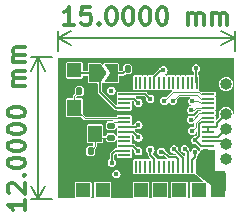
<source format=gbr>
%TF.GenerationSoftware,KiCad,Pcbnew,7.0.2-6a45011f42~172~ubuntu22.04.1*%
%TF.CreationDate,2023-05-25T09:16:40+08:00*%
%TF.ProjectId,fly2040_ds,666c7932-3034-4305-9f64-732e6b696361,rev?*%
%TF.SameCoordinates,PX45b1cc0PY2f4fd10*%
%TF.FileFunction,Copper,L1,Top*%
%TF.FilePolarity,Positive*%
%FSLAX46Y46*%
G04 Gerber Fmt 4.6, Leading zero omitted, Abs format (unit mm)*
G04 Created by KiCad (PCBNEW 7.0.2-6a45011f42~172~ubuntu22.04.1) date 2023-05-25 09:16:40*
%MOMM*%
%LPD*%
G01*
G04 APERTURE LIST*
G04 Aperture macros list*
%AMRoundRect*
0 Rectangle with rounded corners*
0 $1 Rounding radius*
0 $2 $3 $4 $5 $6 $7 $8 $9 X,Y pos of 4 corners*
0 Add a 4 corners polygon primitive as box body*
4,1,4,$2,$3,$4,$5,$6,$7,$8,$9,$2,$3,0*
0 Add four circle primitives for the rounded corners*
1,1,$1+$1,$2,$3*
1,1,$1+$1,$4,$5*
1,1,$1+$1,$6,$7*
1,1,$1+$1,$8,$9*
0 Add four rect primitives between the rounded corners*
20,1,$1+$1,$2,$3,$4,$5,0*
20,1,$1+$1,$4,$5,$6,$7,0*
20,1,$1+$1,$6,$7,$8,$9,0*
20,1,$1+$1,$8,$9,$2,$3,0*%
%AMFreePoly0*
4,1,6,1.000000,0.000000,0.500000,-0.750000,-0.500000,-0.750000,-0.500000,0.750000,0.500000,0.750000,1.000000,0.000000,1.000000,0.000000,$1*%
%AMFreePoly1*
4,1,6,0.500000,-0.750000,-0.650000,-0.750000,-0.150000,0.000000,-0.650000,0.750000,0.500000,0.750000,0.500000,-0.750000,0.500000,-0.750000,$1*%
G04 Aperture macros list end*
%ADD10C,0.300000*%
%TA.AperFunction,NonConductor*%
%ADD11C,0.300000*%
%TD*%
%TA.AperFunction,NonConductor*%
%ADD12C,0.200000*%
%TD*%
%TA.AperFunction,SMDPad,CuDef*%
%ADD13RoundRect,0.135000X-0.135000X-0.185000X0.135000X-0.185000X0.135000X0.185000X-0.135000X0.185000X0*%
%TD*%
%TA.AperFunction,SMDPad,CuDef*%
%ADD14RoundRect,0.135000X0.185000X-0.135000X0.185000X0.135000X-0.185000X0.135000X-0.185000X-0.135000X0*%
%TD*%
%TA.AperFunction,SMDPad,CuDef*%
%ADD15RoundRect,0.140000X-0.140000X-0.170000X0.140000X-0.170000X0.140000X0.170000X-0.140000X0.170000X0*%
%TD*%
%TA.AperFunction,ComponentPad*%
%ADD16R,1.200000X1.200000*%
%TD*%
%TA.AperFunction,SMDPad,CuDef*%
%ADD17R,0.200000X1.100000*%
%TD*%
%TA.AperFunction,SMDPad,CuDef*%
%ADD18R,1.100000X0.200000*%
%TD*%
%TA.AperFunction,SMDPad,CuDef*%
%ADD19R,3.100000X3.100000*%
%TD*%
%TA.AperFunction,ComponentPad*%
%ADD20O,1.000000X1.000000*%
%TD*%
%TA.AperFunction,SMDPad,CuDef*%
%ADD21R,1.200000X1.400000*%
%TD*%
%TA.AperFunction,SMDPad,CuDef*%
%ADD22FreePoly0,0.000000*%
%TD*%
%TA.AperFunction,SMDPad,CuDef*%
%ADD23FreePoly1,0.000000*%
%TD*%
%TA.AperFunction,ViaPad*%
%ADD24C,0.450000*%
%TD*%
%TA.AperFunction,Conductor*%
%ADD25C,0.200000*%
%TD*%
%TA.AperFunction,Conductor*%
%ADD26C,0.100000*%
%TD*%
G04 APERTURE END LIST*
D10*
D11*
X1428573Y2776072D02*
X571430Y2776072D01*
X1000001Y2776072D02*
X1000001Y4276072D01*
X1000001Y4276072D02*
X857144Y4061786D01*
X857144Y4061786D02*
X714287Y3918929D01*
X714287Y3918929D02*
X571430Y3847500D01*
X2785715Y4276072D02*
X2071429Y4276072D01*
X2071429Y4276072D02*
X2000001Y3561786D01*
X2000001Y3561786D02*
X2071429Y3633215D01*
X2071429Y3633215D02*
X2214287Y3704643D01*
X2214287Y3704643D02*
X2571429Y3704643D01*
X2571429Y3704643D02*
X2714287Y3633215D01*
X2714287Y3633215D02*
X2785715Y3561786D01*
X2785715Y3561786D02*
X2857144Y3418929D01*
X2857144Y3418929D02*
X2857144Y3061786D01*
X2857144Y3061786D02*
X2785715Y2918929D01*
X2785715Y2918929D02*
X2714287Y2847500D01*
X2714287Y2847500D02*
X2571429Y2776072D01*
X2571429Y2776072D02*
X2214287Y2776072D01*
X2214287Y2776072D02*
X2071429Y2847500D01*
X2071429Y2847500D02*
X2000001Y2918929D01*
X3500000Y2918929D02*
X3571429Y2847500D01*
X3571429Y2847500D02*
X3500000Y2776072D01*
X3500000Y2776072D02*
X3428572Y2847500D01*
X3428572Y2847500D02*
X3500000Y2918929D01*
X3500000Y2918929D02*
X3500000Y2776072D01*
X4500001Y4276072D02*
X4642858Y4276072D01*
X4642858Y4276072D02*
X4785715Y4204643D01*
X4785715Y4204643D02*
X4857144Y4133215D01*
X4857144Y4133215D02*
X4928572Y3990358D01*
X4928572Y3990358D02*
X5000001Y3704643D01*
X5000001Y3704643D02*
X5000001Y3347500D01*
X5000001Y3347500D02*
X4928572Y3061786D01*
X4928572Y3061786D02*
X4857144Y2918929D01*
X4857144Y2918929D02*
X4785715Y2847500D01*
X4785715Y2847500D02*
X4642858Y2776072D01*
X4642858Y2776072D02*
X4500001Y2776072D01*
X4500001Y2776072D02*
X4357144Y2847500D01*
X4357144Y2847500D02*
X4285715Y2918929D01*
X4285715Y2918929D02*
X4214286Y3061786D01*
X4214286Y3061786D02*
X4142858Y3347500D01*
X4142858Y3347500D02*
X4142858Y3704643D01*
X4142858Y3704643D02*
X4214286Y3990358D01*
X4214286Y3990358D02*
X4285715Y4133215D01*
X4285715Y4133215D02*
X4357144Y4204643D01*
X4357144Y4204643D02*
X4500001Y4276072D01*
X5928572Y4276072D02*
X6071429Y4276072D01*
X6071429Y4276072D02*
X6214286Y4204643D01*
X6214286Y4204643D02*
X6285715Y4133215D01*
X6285715Y4133215D02*
X6357143Y3990358D01*
X6357143Y3990358D02*
X6428572Y3704643D01*
X6428572Y3704643D02*
X6428572Y3347500D01*
X6428572Y3347500D02*
X6357143Y3061786D01*
X6357143Y3061786D02*
X6285715Y2918929D01*
X6285715Y2918929D02*
X6214286Y2847500D01*
X6214286Y2847500D02*
X6071429Y2776072D01*
X6071429Y2776072D02*
X5928572Y2776072D01*
X5928572Y2776072D02*
X5785715Y2847500D01*
X5785715Y2847500D02*
X5714286Y2918929D01*
X5714286Y2918929D02*
X5642857Y3061786D01*
X5642857Y3061786D02*
X5571429Y3347500D01*
X5571429Y3347500D02*
X5571429Y3704643D01*
X5571429Y3704643D02*
X5642857Y3990358D01*
X5642857Y3990358D02*
X5714286Y4133215D01*
X5714286Y4133215D02*
X5785715Y4204643D01*
X5785715Y4204643D02*
X5928572Y4276072D01*
X7357143Y4276072D02*
X7500000Y4276072D01*
X7500000Y4276072D02*
X7642857Y4204643D01*
X7642857Y4204643D02*
X7714286Y4133215D01*
X7714286Y4133215D02*
X7785714Y3990358D01*
X7785714Y3990358D02*
X7857143Y3704643D01*
X7857143Y3704643D02*
X7857143Y3347500D01*
X7857143Y3347500D02*
X7785714Y3061786D01*
X7785714Y3061786D02*
X7714286Y2918929D01*
X7714286Y2918929D02*
X7642857Y2847500D01*
X7642857Y2847500D02*
X7500000Y2776072D01*
X7500000Y2776072D02*
X7357143Y2776072D01*
X7357143Y2776072D02*
X7214286Y2847500D01*
X7214286Y2847500D02*
X7142857Y2918929D01*
X7142857Y2918929D02*
X7071428Y3061786D01*
X7071428Y3061786D02*
X7000000Y3347500D01*
X7000000Y3347500D02*
X7000000Y3704643D01*
X7000000Y3704643D02*
X7071428Y3990358D01*
X7071428Y3990358D02*
X7142857Y4133215D01*
X7142857Y4133215D02*
X7214286Y4204643D01*
X7214286Y4204643D02*
X7357143Y4276072D01*
X8785714Y4276072D02*
X8928571Y4276072D01*
X8928571Y4276072D02*
X9071428Y4204643D01*
X9071428Y4204643D02*
X9142857Y4133215D01*
X9142857Y4133215D02*
X9214285Y3990358D01*
X9214285Y3990358D02*
X9285714Y3704643D01*
X9285714Y3704643D02*
X9285714Y3347500D01*
X9285714Y3347500D02*
X9214285Y3061786D01*
X9214285Y3061786D02*
X9142857Y2918929D01*
X9142857Y2918929D02*
X9071428Y2847500D01*
X9071428Y2847500D02*
X8928571Y2776072D01*
X8928571Y2776072D02*
X8785714Y2776072D01*
X8785714Y2776072D02*
X8642857Y2847500D01*
X8642857Y2847500D02*
X8571428Y2918929D01*
X8571428Y2918929D02*
X8499999Y3061786D01*
X8499999Y3061786D02*
X8428571Y3347500D01*
X8428571Y3347500D02*
X8428571Y3704643D01*
X8428571Y3704643D02*
X8499999Y3990358D01*
X8499999Y3990358D02*
X8571428Y4133215D01*
X8571428Y4133215D02*
X8642857Y4204643D01*
X8642857Y4204643D02*
X8785714Y4276072D01*
X11071427Y2776072D02*
X11071427Y3776072D01*
X11071427Y3633215D02*
X11142856Y3704643D01*
X11142856Y3704643D02*
X11285713Y3776072D01*
X11285713Y3776072D02*
X11499999Y3776072D01*
X11499999Y3776072D02*
X11642856Y3704643D01*
X11642856Y3704643D02*
X11714285Y3561786D01*
X11714285Y3561786D02*
X11714285Y2776072D01*
X11714285Y3561786D02*
X11785713Y3704643D01*
X11785713Y3704643D02*
X11928570Y3776072D01*
X11928570Y3776072D02*
X12142856Y3776072D01*
X12142856Y3776072D02*
X12285713Y3704643D01*
X12285713Y3704643D02*
X12357142Y3561786D01*
X12357142Y3561786D02*
X12357142Y2776072D01*
X13071427Y2776072D02*
X13071427Y3776072D01*
X13071427Y3633215D02*
X13142856Y3704643D01*
X13142856Y3704643D02*
X13285713Y3776072D01*
X13285713Y3776072D02*
X13499999Y3776072D01*
X13499999Y3776072D02*
X13642856Y3704643D01*
X13642856Y3704643D02*
X13714285Y3561786D01*
X13714285Y3561786D02*
X13714285Y2776072D01*
X13714285Y3561786D02*
X13785713Y3704643D01*
X13785713Y3704643D02*
X13928570Y3776072D01*
X13928570Y3776072D02*
X14142856Y3776072D01*
X14142856Y3776072D02*
X14285713Y3704643D01*
X14285713Y3704643D02*
X14357142Y3561786D01*
X14357142Y3561786D02*
X14357142Y2776072D01*
D12*
X0Y500000D02*
X0Y2256420D01*
X15000000Y2256420D02*
X15000000Y500000D01*
X0Y1670000D02*
X15000000Y1670000D01*
X0Y1670000D02*
X15000000Y1670000D01*
X0Y1670000D02*
X1126504Y2256421D01*
X0Y1670000D02*
X1126504Y1083579D01*
X15000000Y1670000D02*
X13873496Y1083579D01*
X15000000Y1670000D02*
X13873496Y2256421D01*
D10*
D11*
X-2736072Y-12071426D02*
X-2736072Y-12928569D01*
X-2736072Y-12499998D02*
X-4236072Y-12499998D01*
X-4236072Y-12499998D02*
X-4021786Y-12642855D01*
X-4021786Y-12642855D02*
X-3878929Y-12785712D01*
X-3878929Y-12785712D02*
X-3807500Y-12928569D01*
X-4093215Y-11499998D02*
X-4164643Y-11428570D01*
X-4164643Y-11428570D02*
X-4236072Y-11285713D01*
X-4236072Y-11285713D02*
X-4236072Y-10928570D01*
X-4236072Y-10928570D02*
X-4164643Y-10785713D01*
X-4164643Y-10785713D02*
X-4093215Y-10714284D01*
X-4093215Y-10714284D02*
X-3950358Y-10642855D01*
X-3950358Y-10642855D02*
X-3807500Y-10642855D01*
X-3807500Y-10642855D02*
X-3593215Y-10714284D01*
X-3593215Y-10714284D02*
X-2736072Y-11571427D01*
X-2736072Y-11571427D02*
X-2736072Y-10642855D01*
X-2878929Y-9999999D02*
X-2807500Y-9928570D01*
X-2807500Y-9928570D02*
X-2736072Y-9999999D01*
X-2736072Y-9999999D02*
X-2807500Y-10071427D01*
X-2807500Y-10071427D02*
X-2878929Y-9999999D01*
X-2878929Y-9999999D02*
X-2736072Y-9999999D01*
X-4236072Y-8999998D02*
X-4236072Y-8857141D01*
X-4236072Y-8857141D02*
X-4164643Y-8714284D01*
X-4164643Y-8714284D02*
X-4093215Y-8642856D01*
X-4093215Y-8642856D02*
X-3950358Y-8571427D01*
X-3950358Y-8571427D02*
X-3664643Y-8499998D01*
X-3664643Y-8499998D02*
X-3307500Y-8499998D01*
X-3307500Y-8499998D02*
X-3021786Y-8571427D01*
X-3021786Y-8571427D02*
X-2878929Y-8642856D01*
X-2878929Y-8642856D02*
X-2807500Y-8714284D01*
X-2807500Y-8714284D02*
X-2736072Y-8857141D01*
X-2736072Y-8857141D02*
X-2736072Y-8999998D01*
X-2736072Y-8999998D02*
X-2807500Y-9142856D01*
X-2807500Y-9142856D02*
X-2878929Y-9214284D01*
X-2878929Y-9214284D02*
X-3021786Y-9285713D01*
X-3021786Y-9285713D02*
X-3307500Y-9357141D01*
X-3307500Y-9357141D02*
X-3664643Y-9357141D01*
X-3664643Y-9357141D02*
X-3950358Y-9285713D01*
X-3950358Y-9285713D02*
X-4093215Y-9214284D01*
X-4093215Y-9214284D02*
X-4164643Y-9142856D01*
X-4164643Y-9142856D02*
X-4236072Y-8999998D01*
X-4236072Y-7571427D02*
X-4236072Y-7428570D01*
X-4236072Y-7428570D02*
X-4164643Y-7285713D01*
X-4164643Y-7285713D02*
X-4093215Y-7214285D01*
X-4093215Y-7214285D02*
X-3950358Y-7142856D01*
X-3950358Y-7142856D02*
X-3664643Y-7071427D01*
X-3664643Y-7071427D02*
X-3307500Y-7071427D01*
X-3307500Y-7071427D02*
X-3021786Y-7142856D01*
X-3021786Y-7142856D02*
X-2878929Y-7214285D01*
X-2878929Y-7214285D02*
X-2807500Y-7285713D01*
X-2807500Y-7285713D02*
X-2736072Y-7428570D01*
X-2736072Y-7428570D02*
X-2736072Y-7571427D01*
X-2736072Y-7571427D02*
X-2807500Y-7714285D01*
X-2807500Y-7714285D02*
X-2878929Y-7785713D01*
X-2878929Y-7785713D02*
X-3021786Y-7857142D01*
X-3021786Y-7857142D02*
X-3307500Y-7928570D01*
X-3307500Y-7928570D02*
X-3664643Y-7928570D01*
X-3664643Y-7928570D02*
X-3950358Y-7857142D01*
X-3950358Y-7857142D02*
X-4093215Y-7785713D01*
X-4093215Y-7785713D02*
X-4164643Y-7714285D01*
X-4164643Y-7714285D02*
X-4236072Y-7571427D01*
X-4236072Y-6142856D02*
X-4236072Y-5999999D01*
X-4236072Y-5999999D02*
X-4164643Y-5857142D01*
X-4164643Y-5857142D02*
X-4093215Y-5785714D01*
X-4093215Y-5785714D02*
X-3950358Y-5714285D01*
X-3950358Y-5714285D02*
X-3664643Y-5642856D01*
X-3664643Y-5642856D02*
X-3307500Y-5642856D01*
X-3307500Y-5642856D02*
X-3021786Y-5714285D01*
X-3021786Y-5714285D02*
X-2878929Y-5785714D01*
X-2878929Y-5785714D02*
X-2807500Y-5857142D01*
X-2807500Y-5857142D02*
X-2736072Y-5999999D01*
X-2736072Y-5999999D02*
X-2736072Y-6142856D01*
X-2736072Y-6142856D02*
X-2807500Y-6285714D01*
X-2807500Y-6285714D02*
X-2878929Y-6357142D01*
X-2878929Y-6357142D02*
X-3021786Y-6428571D01*
X-3021786Y-6428571D02*
X-3307500Y-6499999D01*
X-3307500Y-6499999D02*
X-3664643Y-6499999D01*
X-3664643Y-6499999D02*
X-3950358Y-6428571D01*
X-3950358Y-6428571D02*
X-4093215Y-6357142D01*
X-4093215Y-6357142D02*
X-4164643Y-6285714D01*
X-4164643Y-6285714D02*
X-4236072Y-6142856D01*
X-4236072Y-4714285D02*
X-4236072Y-4571428D01*
X-4236072Y-4571428D02*
X-4164643Y-4428571D01*
X-4164643Y-4428571D02*
X-4093215Y-4357143D01*
X-4093215Y-4357143D02*
X-3950358Y-4285714D01*
X-3950358Y-4285714D02*
X-3664643Y-4214285D01*
X-3664643Y-4214285D02*
X-3307500Y-4214285D01*
X-3307500Y-4214285D02*
X-3021786Y-4285714D01*
X-3021786Y-4285714D02*
X-2878929Y-4357143D01*
X-2878929Y-4357143D02*
X-2807500Y-4428571D01*
X-2807500Y-4428571D02*
X-2736072Y-4571428D01*
X-2736072Y-4571428D02*
X-2736072Y-4714285D01*
X-2736072Y-4714285D02*
X-2807500Y-4857143D01*
X-2807500Y-4857143D02*
X-2878929Y-4928571D01*
X-2878929Y-4928571D02*
X-3021786Y-5000000D01*
X-3021786Y-5000000D02*
X-3307500Y-5071428D01*
X-3307500Y-5071428D02*
X-3664643Y-5071428D01*
X-3664643Y-5071428D02*
X-3950358Y-5000000D01*
X-3950358Y-5000000D02*
X-4093215Y-4928571D01*
X-4093215Y-4928571D02*
X-4164643Y-4857143D01*
X-4164643Y-4857143D02*
X-4236072Y-4714285D01*
X-2736072Y-2428572D02*
X-3736072Y-2428572D01*
X-3593215Y-2428572D02*
X-3664643Y-2357143D01*
X-3664643Y-2357143D02*
X-3736072Y-2214286D01*
X-3736072Y-2214286D02*
X-3736072Y-2000000D01*
X-3736072Y-2000000D02*
X-3664643Y-1857143D01*
X-3664643Y-1857143D02*
X-3521786Y-1785715D01*
X-3521786Y-1785715D02*
X-2736072Y-1785715D01*
X-3521786Y-1785715D02*
X-3664643Y-1714286D01*
X-3664643Y-1714286D02*
X-3736072Y-1571429D01*
X-3736072Y-1571429D02*
X-3736072Y-1357143D01*
X-3736072Y-1357143D02*
X-3664643Y-1214286D01*
X-3664643Y-1214286D02*
X-3521786Y-1142857D01*
X-3521786Y-1142857D02*
X-2736072Y-1142857D01*
X-2736072Y-428572D02*
X-3736072Y-428572D01*
X-3593215Y-428572D02*
X-3664643Y-357143D01*
X-3664643Y-357143D02*
X-3736072Y-214286D01*
X-3736072Y-214286D02*
X-3736072Y0D01*
X-3736072Y0D02*
X-3664643Y142857D01*
X-3664643Y142857D02*
X-3521786Y214285D01*
X-3521786Y214285D02*
X-2736072Y214285D01*
X-3521786Y214285D02*
X-3664643Y285714D01*
X-3664643Y285714D02*
X-3736072Y428571D01*
X-3736072Y428571D02*
X-3736072Y642857D01*
X-3736072Y642857D02*
X-3664643Y785714D01*
X-3664643Y785714D02*
X-3521786Y857143D01*
X-3521786Y857143D02*
X-2736072Y857143D01*
D12*
X-500000Y0D02*
X-2216420Y0D01*
X-2216420Y-12000000D02*
X-500000Y-12000000D01*
X-1630000Y0D02*
X-1630000Y-12000000D01*
X-1630000Y0D02*
X-1630000Y-12000000D01*
X-1630000Y0D02*
X-1043579Y-1126504D01*
X-1630000Y0D02*
X-2216421Y-1126504D01*
X-1630000Y-12000000D02*
X-2216421Y-10873496D01*
X-1630000Y-12000000D02*
X-1043579Y-10873496D01*
D13*
%TO.P,R12,1*%
%TO.N,Net-(JP1-B)*%
X5940000Y-970000D03*
%TO.P,R12,2*%
%TO.N,GND*%
X6960000Y-970000D03*
%TD*%
D14*
%TO.P,R1,1*%
%TO.N,Net-(X1-OSC1)*%
X4500000Y-6800000D03*
%TO.P,R1,2*%
%TO.N,XOUT*%
X4500000Y-5780000D03*
%TD*%
D15*
%TO.P,C3,1*%
%TO.N,XIN*%
X1850000Y-2850000D03*
%TO.P,C3,2*%
%TO.N,GND*%
X2810000Y-2850000D03*
%TD*%
%TO.P,C1,1*%
%TO.N,GND*%
X1830000Y-7920000D03*
%TO.P,C1,2*%
%TO.N,Net-(X1-OSC1)*%
X2790000Y-7920000D03*
%TD*%
D16*
%TO.P,J7,1,Pin_1*%
%TO.N,NS_SCL*%
X2177500Y-11220000D03*
%TD*%
D17*
%TO.P,U1,1,IOVDD*%
%TO.N,+3V3*%
X11805000Y-2155000D03*
%TO.P,U1,2,GPIO0*%
%TO.N,unconnected-(U1-GPIO0-Pad2)*%
X11405000Y-2155000D03*
%TO.P,U1,3,GPIO1*%
%TO.N,unconnected-(U1-GPIO1-Pad3)*%
X11005000Y-2155000D03*
%TO.P,U1,4,GPIO2*%
%TO.N,unconnected-(U1-GPIO2-Pad4)*%
X10605000Y-2155000D03*
%TO.P,U1,5,GPIO3*%
%TO.N,unconnected-(U1-GPIO3-Pad5)*%
X10205000Y-2155000D03*
%TO.P,U1,6,GPIO4*%
%TO.N,unconnected-(U1-GPIO4-Pad6)*%
X9805000Y-2155000D03*
%TO.P,U1,7,GPIO5*%
%TO.N,unconnected-(U1-GPIO5-Pad7)*%
X9405000Y-2155000D03*
%TO.P,U1,8,GPIO6*%
%TO.N,unconnected-(U1-GPIO6-Pad8)*%
X9005000Y-2155000D03*
%TO.P,U1,9,GPIO7*%
%TO.N,unconnected-(U1-GPIO7-Pad9)*%
X8605000Y-2155000D03*
%TO.P,U1,10,IOVDD*%
%TO.N,+3V3*%
X8205000Y-2155000D03*
%TO.P,U1,11,GPIO8*%
%TO.N,unconnected-(U1-GPIO8-Pad11)*%
X7805000Y-2155000D03*
%TO.P,U1,12,GPIO9*%
%TO.N,unconnected-(U1-GPIO9-Pad12)*%
X7405000Y-2155000D03*
%TO.P,U1,13,GPIO10*%
%TO.N,unconnected-(U1-GPIO10-Pad13)*%
X7005000Y-2155000D03*
%TO.P,U1,14,GPIO11*%
%TO.N,unconnected-(U1-GPIO11-Pad14)*%
X6605000Y-2155000D03*
D18*
%TO.P,U1,15,GPIO12*%
%TO.N,NS_SDA*%
X5655000Y-3105000D03*
%TO.P,U1,16,GPIO13*%
%TO.N,NS_SCL*%
X5655000Y-3505000D03*
%TO.P,U1,17,GPIO14*%
%TO.N,unconnected-(U1-GPIO14-Pad17)*%
X5655000Y-3905000D03*
%TO.P,U1,18,GPIO15*%
%TO.N,NS_CPU*%
X5655000Y-4305000D03*
%TO.P,U1,19,TESTEN*%
%TO.N,GND*%
X5655000Y-4705000D03*
%TO.P,U1,20,XIN*%
%TO.N,XIN*%
X5655000Y-5105000D03*
%TO.P,U1,21,XOUT*%
%TO.N,XOUT*%
X5655000Y-5505000D03*
%TO.P,U1,22,IOVDD*%
%TO.N,+3V3*%
X5655000Y-5905000D03*
%TO.P,U1,23,DVDD*%
%TO.N,+1V1*%
X5655000Y-6305000D03*
%TO.P,U1,24,SWCLK*%
%TO.N,DBG_CLK*%
X5655000Y-6705000D03*
%TO.P,U1,25,SWD*%
%TO.N,DBG_DAT*%
X5655000Y-7105000D03*
%TO.P,U1,26,RUN*%
%TO.N,RST*%
X5655000Y-7505000D03*
%TO.P,U1,27,GPIO16*%
%TO.N,LED_DATA*%
X5655000Y-7905000D03*
%TO.P,U1,28,GPIO17*%
%TO.N,unconnected-(U1-GPIO17-Pad28)*%
X5655000Y-8305000D03*
D17*
%TO.P,U1,29,GPIO18*%
%TO.N,unconnected-(U1-GPIO18-Pad29)*%
X6605000Y-9255000D03*
%TO.P,U1,30,GPIO19*%
%TO.N,unconnected-(U1-GPIO19-Pad30)*%
X7005000Y-9255000D03*
%TO.P,U1,31,GPIO20*%
%TO.N,unconnected-(U1-GPIO20-Pad31)*%
X7405000Y-9255000D03*
%TO.P,U1,32,GPIO21*%
%TO.N,unconnected-(U1-GPIO21-Pad32)*%
X7805000Y-9255000D03*
%TO.P,U1,33,IOVDD*%
%TO.N,+3V3*%
X8205000Y-9255000D03*
%TO.P,U1,34,GPIO22*%
%TO.N,unconnected-(U1-GPIO22-Pad34)*%
X8605000Y-9255000D03*
%TO.P,U1,35,GPIO23*%
%TO.N,unconnected-(U1-GPIO23-Pad35)*%
X9005000Y-9255000D03*
%TO.P,U1,36,GPIO24*%
%TO.N,unconnected-(U1-GPIO24-Pad36)*%
X9405000Y-9255000D03*
%TO.P,U1,37,GPIO25*%
%TO.N,unconnected-(U1-GPIO25-Pad37)*%
X9805000Y-9255000D03*
%TO.P,U1,38,GPIO26_ADC0*%
%TO.N,Net-(U1-GPIO26_ADC0)*%
X10205000Y-9255000D03*
%TO.P,U1,39,GPIO27_ADC1*%
%TO.N,Net-(U1-GPIO27_ADC1)*%
X10605000Y-9255000D03*
%TO.P,U1,40,GPIO28_ADC2*%
%TO.N,Net-(U1-GPIO28_ADC2)*%
X11005000Y-9255000D03*
%TO.P,U1,41,GPIO29_ADC3*%
%TO.N,Net-(U1-GPIO29_ADC3)*%
X11405000Y-9255000D03*
%TO.P,U1,42,IOVDD*%
%TO.N,+3V3*%
X11805000Y-9255000D03*
D18*
%TO.P,U1,43,ADC_AVDD*%
X12755000Y-8305000D03*
%TO.P,U1,44,VREG_IN*%
X12755000Y-7905000D03*
%TO.P,U1,45,VREG_VOUT*%
%TO.N,+1V1*%
X12755000Y-7505000D03*
%TO.P,U1,46,USB_DM*%
%TO.N,D-*%
X12755000Y-7105000D03*
%TO.P,U1,47,USB_DP*%
%TO.N,D+*%
X12755000Y-6705000D03*
%TO.P,U1,48,USB_VDD*%
%TO.N,+3V3*%
X12755000Y-6305000D03*
%TO.P,U1,49,IOVDD*%
X12755000Y-5905000D03*
%TO.P,U1,50,DVDD*%
%TO.N,+1V1*%
X12755000Y-5505000D03*
%TO.P,U1,51,QSPI_SD3*%
%TO.N,QSPI_SD3*%
X12755000Y-5105000D03*
%TO.P,U1,52,QSPI_SCLK*%
%TO.N,QSPI_SCK*%
X12755000Y-4705000D03*
%TO.P,U1,53,QSPI_SD0*%
%TO.N,QSPI_SD0*%
X12755000Y-4305000D03*
%TO.P,U1,54,QSPI_SD2*%
%TO.N,QSPI_SD2*%
X12755000Y-3905000D03*
%TO.P,U1,55,QSPI_SD1*%
%TO.N,QSPI_SD1*%
X12755000Y-3505000D03*
%TO.P,U1,56,QSPI_SS*%
%TO.N,QSPI_CS*%
X12755000Y-3105000D03*
D19*
%TO.P,U1,57,GND*%
%TO.N,GND*%
X9205000Y-5705000D03*
%TD*%
D20*
%TO.P,J8,1,Pin_1*%
%TO.N,RST*%
X14255753Y-8601880D03*
%TO.P,J8,2,Pin_2*%
%TO.N,D-*%
X14255753Y-7331880D03*
%TO.P,J8,3,Pin_3*%
%TO.N,D+*%
X14255753Y-6061880D03*
%TO.P,J8,4,Pin_4*%
%TO.N,+3V3*%
X14255753Y-4791880D03*
%TO.P,J8,5,Pin_5*%
%TO.N,GND*%
X14255753Y-3521880D03*
%TO.P,J8,6,Pin_6*%
%TO.N,BOOT*%
X14255753Y-2251880D03*
%TD*%
D16*
%TO.P,J1,1,Pin_1*%
%TO.N,NS_CPU*%
X1430000Y-1110000D03*
%TD*%
%TO.P,J4,1,Pin_1*%
%TO.N,NS_CMD*%
X10315000Y-11220000D03*
%TD*%
%TO.P,J2,1,Pin_1*%
%TO.N,NS_RST*%
X7060000Y-11220000D03*
%TD*%
%TO.P,J6,1,Pin_1*%
%TO.N,NS_SDA*%
X3810000Y-11220000D03*
%TD*%
%TO.P,J5,1,Pin_1*%
%TO.N,NS_D0*%
X11942500Y-11220000D03*
%TD*%
%TO.P,J9,1,Pin_1*%
%TO.N,GND*%
X5432500Y-11220000D03*
%TD*%
%TO.P,J3,1,Pin_1*%
%TO.N,NS_CLK*%
X8687500Y-11220000D03*
%TD*%
%TO.P,J10,1,Pin_1*%
%TO.N,+3V3*%
X13570000Y-11220000D03*
%TD*%
D21*
%TO.P,X1,1,OSC1*%
%TO.N,Net-(X1-OSC1)*%
X3172000Y-6483000D03*
%TO.P,X1,2,2*%
%TO.N,GND*%
X3172000Y-4283000D03*
%TO.P,X1,3,OSC2*%
%TO.N,XIN*%
X1422000Y-4283000D03*
%TO.P,X1,4,4*%
%TO.N,GND*%
X1422000Y-6483000D03*
%TD*%
D22*
%TO.P,JP1,1,A*%
%TO.N,NS_CPU*%
X3155000Y-1360000D03*
D23*
%TO.P,JP1,2,B*%
%TO.N,Net-(JP1-B)*%
X4605000Y-1360000D03*
%TD*%
D24*
%TO.N,GND*%
X4440000Y-4640000D03*
X920000Y-8060000D03*
X920000Y-2740000D03*
%TO.N,+3V3*%
X4560000Y-2830000D03*
%TO.N,LED_DATA*%
X4590000Y-8930000D03*
%TO.N,RST*%
X6830000Y-7950000D03*
%TO.N,Net-(U1-GPIO29_ADC3)*%
X11630000Y-8050000D03*
%TO.N,Net-(U1-GPIO28_ADC2)*%
X10780000Y-7760000D03*
%TO.N,Net-(U1-GPIO27_ADC1)*%
X9860000Y-7800000D03*
%TO.N,Net-(U1-GPIO26_ADC0)*%
X8780000Y-7990000D03*
%TO.N,+3V3*%
X7855000Y-7830000D03*
%TO.N,QSPI_SD3*%
X11405000Y-6225000D03*
%TO.N,QSPI_SCK*%
X11290000Y-5270000D03*
%TO.N,QSPI_SD0*%
X11290000Y-4470000D03*
%TO.N,QSPI_SD2*%
X11380000Y-3710000D03*
%TO.N,QSPI_SD1*%
X9775000Y-3695000D03*
%TO.N,QSPI_CS*%
X9050000Y-3685000D03*
%TO.N,+3V3*%
X4980000Y-9880000D03*
X11720000Y-920000D03*
X12755000Y-9090000D03*
X8955000Y-1090000D03*
X6840000Y-5730000D03*
%TO.N,+1V1*%
X6850000Y-6785000D03*
X11660000Y-7010000D03*
%TO.N,NS_SDA*%
X7840000Y-3515000D03*
%TO.N,NS_SCL*%
X6850000Y-3850000D03*
%TD*%
D25*
%TO.N,Net-(JP1-B)*%
X4605000Y-1360000D02*
X5550000Y-1360000D01*
X5550000Y-1360000D02*
X5940000Y-970000D01*
D26*
%TO.N,QSPI_SD3*%
X11405000Y-6225000D02*
X11710000Y-5920000D01*
X11710000Y-5920000D02*
X11710000Y-5560000D01*
X11710000Y-5560000D02*
X12165000Y-5105000D01*
X12165000Y-5105000D02*
X12755000Y-5105000D01*
%TO.N,QSPI_SCK*%
X11434707Y-5270000D02*
X11999707Y-4705000D01*
X11999707Y-4705000D02*
X12755000Y-4705000D01*
X11290000Y-5270000D02*
X11434707Y-5270000D01*
%TO.N,QSPI_SD0*%
X11728126Y-4305000D02*
X12755000Y-4305000D01*
X11290000Y-4470000D02*
X11563126Y-4470000D01*
X11563126Y-4470000D02*
X11728126Y-4305000D01*
D25*
%TO.N,+3V3*%
X12755000Y-5905000D02*
X13382800Y-5905000D01*
X13382800Y-5905000D02*
X13493900Y-5793900D01*
X13493900Y-5793900D02*
X13493900Y-5553733D01*
X13493900Y-5553733D02*
X14255753Y-4791880D01*
%TO.N,D-*%
X12755000Y-7105000D02*
X14028873Y-7105000D01*
X14028873Y-7105000D02*
X14255753Y-7331880D01*
%TO.N,D+*%
X12755000Y-6705000D02*
X13612633Y-6705000D01*
X13612633Y-6705000D02*
X14255753Y-6061880D01*
D26*
%TO.N,QSPI_SD2*%
X11930000Y-3710000D02*
X12125000Y-3905000D01*
X11380000Y-3710000D02*
X11930000Y-3710000D01*
X12125000Y-3905000D02*
X12755000Y-3905000D01*
%TO.N,QSPI_SD1*%
X9775000Y-3695000D02*
X10270000Y-3200000D01*
X10270000Y-3200000D02*
X11835000Y-3200000D01*
X11835000Y-3200000D02*
X12140000Y-3505000D01*
X12140000Y-3505000D02*
X12755000Y-3505000D01*
%TO.N,QSPI_CS*%
X9050000Y-3685000D02*
X9765000Y-2970000D01*
X9765000Y-2970000D02*
X12010000Y-2970000D01*
X12010000Y-2970000D02*
X12145000Y-3105000D01*
X12145000Y-3105000D02*
X12755000Y-3105000D01*
D25*
%TO.N,+1V1*%
X11660000Y-7010000D02*
X12010000Y-6660000D01*
X12010000Y-6660000D02*
X12010000Y-5622200D01*
X12010000Y-5622200D02*
X12127200Y-5505000D01*
X12127200Y-5505000D02*
X12755000Y-5505000D01*
%TO.N,Net-(U1-GPIO27_ADC1)*%
X9860000Y-7800000D02*
X9900000Y-7800000D01*
X9900000Y-7800000D02*
X10605000Y-8505000D01*
X10605000Y-8505000D02*
X10605000Y-9255000D01*
%TO.N,Net-(U1-GPIO26_ADC0)*%
X8780000Y-7990000D02*
X8960000Y-7990000D01*
X8960000Y-7990000D02*
X9410000Y-8440000D01*
X9410000Y-8440000D02*
X10017800Y-8440000D01*
X10017800Y-8440000D02*
X10205000Y-8627200D01*
X10205000Y-8627200D02*
X10205000Y-9255000D01*
%TO.N,Net-(U1-GPIO28_ADC2)*%
X10780000Y-7760000D02*
X11005000Y-7985000D01*
X11005000Y-7985000D02*
X11005000Y-9255000D01*
%TO.N,+3V3*%
X8205000Y-8627200D02*
X8205000Y-9255000D01*
X7855000Y-8277200D02*
X8205000Y-8627200D01*
X7855000Y-7830000D02*
X7855000Y-8277200D01*
%TO.N,Net-(U1-GPIO29_ADC3)*%
X11405000Y-8695000D02*
X11405000Y-9255000D01*
X11630000Y-8050000D02*
X11630000Y-8470000D01*
X11630000Y-8470000D02*
X11405000Y-8695000D01*
%TO.N,+1V1*%
X12155000Y-7505000D02*
X12755000Y-7505000D01*
X11660000Y-7010000D02*
X12155000Y-7505000D01*
%TO.N,LED_DATA*%
X4590000Y-8220000D02*
X4590000Y-8930000D01*
X4905000Y-7905000D02*
X4590000Y-8220000D01*
X5655000Y-7905000D02*
X4905000Y-7905000D01*
%TO.N,RST*%
X6385000Y-7505000D02*
X6830000Y-7950000D01*
X5655000Y-7505000D02*
X6385000Y-7505000D01*
%TO.N,NS_SCL*%
X6850000Y-3850000D02*
X6505000Y-3505000D01*
X6505000Y-3505000D02*
X5655000Y-3505000D01*
%TO.N,+3V3*%
X11720000Y-2070000D02*
X11805000Y-2155000D01*
X11720000Y-920000D02*
X11720000Y-2070000D01*
%TO.N,NS_SDA*%
X7840000Y-3515000D02*
X7430000Y-3105000D01*
X7430000Y-3105000D02*
X5655000Y-3105000D01*
D26*
%TO.N,GND*%
X1830000Y-7920000D02*
X1422000Y-7512000D01*
X2810000Y-2850000D02*
X3172000Y-3212000D01*
X1422000Y-7512000D02*
X1422000Y-6483000D01*
X3172000Y-3212000D02*
X3172000Y-4283000D01*
D25*
%TO.N,+3V3*%
X5655000Y-5905000D02*
X6665000Y-5905000D01*
X8205000Y-1625000D02*
X8205000Y-2155000D01*
X8955000Y-1090000D02*
X8740000Y-1090000D01*
X6665000Y-5905000D02*
X6840000Y-5730000D01*
X12755000Y-5905000D02*
X12755000Y-6305000D01*
X8740000Y-1090000D02*
X8205000Y-1625000D01*
D26*
X12755000Y-9090000D02*
X12755000Y-8305000D01*
D25*
%TO.N,+1V1*%
X6370000Y-6305000D02*
X6850000Y-6785000D01*
X5655000Y-6305000D02*
X6370000Y-6305000D01*
D26*
%TO.N,XIN*%
X5655000Y-5105000D02*
X5600000Y-5160000D01*
X1850000Y-2850000D02*
X1422000Y-3278000D01*
X2299000Y-5160000D02*
X1422000Y-4283000D01*
X5600000Y-5160000D02*
X2299000Y-5160000D01*
X1422000Y-3278000D02*
X1422000Y-4283000D01*
%TO.N,Net-(X1-OSC1)*%
X4500000Y-6800000D02*
X3489000Y-6800000D01*
X3172000Y-6483000D02*
X3172000Y-7538000D01*
X3489000Y-6800000D02*
X3172000Y-6483000D01*
X3172000Y-7538000D02*
X2790000Y-7920000D01*
%TO.N,XOUT*%
X5655000Y-5505000D02*
X4775000Y-5505000D01*
X4775000Y-5505000D02*
X4500000Y-5780000D01*
D25*
%TO.N,NS_CPU*%
X3155000Y-1360000D02*
X1680000Y-1360000D01*
X4945000Y-4305000D02*
X3580000Y-2940000D01*
X3580000Y-1785000D02*
X3155000Y-1360000D01*
X1680000Y-1360000D02*
X1430000Y-1110000D01*
X3580000Y-2940000D02*
X3580000Y-1785000D01*
X5655000Y-4305000D02*
X4945000Y-4305000D01*
%TD*%
%TA.AperFunction,Conductor*%
%TO.N,GND*%
G36*
X14935648Y-64352D02*
G01*
X14950000Y-99000D01*
X14950000Y-2177000D01*
X14935648Y-2211648D01*
X14901000Y-2226000D01*
X14866352Y-2211648D01*
X14852419Y-2183396D01*
X14851268Y-2174655D01*
X14840797Y-2095118D01*
X14780289Y-1949039D01*
X14743950Y-1901681D01*
X14684035Y-1823597D01*
X14558595Y-1727345D01*
X14558594Y-1727344D01*
X14412515Y-1666836D01*
X14255753Y-1646198D01*
X14098990Y-1666836D01*
X13995695Y-1709622D01*
X13970884Y-1719900D01*
X13952910Y-1727345D01*
X13827470Y-1823597D01*
X13731218Y-1949037D01*
X13670709Y-2095117D01*
X13653478Y-2226000D01*
X13650071Y-2251880D01*
X13670709Y-2408642D01*
X13731217Y-2554721D01*
X13731218Y-2554722D01*
X13827470Y-2680162D01*
X13876012Y-2717409D01*
X13952912Y-2776416D01*
X14098991Y-2836924D01*
X14255753Y-2857562D01*
X14412515Y-2836924D01*
X14558594Y-2776416D01*
X14684035Y-2680162D01*
X14780289Y-2554721D01*
X14840797Y-2408642D01*
X14852419Y-2320362D01*
X14871171Y-2287885D01*
X14907396Y-2278178D01*
X14939874Y-2296930D01*
X14950000Y-2326759D01*
X14950000Y-4717000D01*
X14935648Y-4751648D01*
X14901000Y-4766000D01*
X14866352Y-4751648D01*
X14852419Y-4723396D01*
X14851577Y-4717000D01*
X14840797Y-4635118D01*
X14780289Y-4489039D01*
X14724375Y-4416170D01*
X14684035Y-4363597D01*
X14558595Y-4267345D01*
X14558594Y-4267344D01*
X14412515Y-4206836D01*
X14255753Y-4186198D01*
X14098990Y-4206836D01*
X14019276Y-4239855D01*
X13970278Y-4260151D01*
X13952910Y-4267345D01*
X13827470Y-4363597D01*
X13731218Y-4489037D01*
X13731217Y-4489038D01*
X13731217Y-4489039D01*
X13728869Y-4494708D01*
X13670709Y-4635117D01*
X13654651Y-4757095D01*
X13650071Y-4791880D01*
X13656961Y-4844213D01*
X13670709Y-4948643D01*
X13705167Y-5031835D01*
X13705167Y-5069338D01*
X13694545Y-5085234D01*
X13477802Y-5301977D01*
X13443154Y-5316329D01*
X13408506Y-5301977D01*
X13394154Y-5267329D01*
X13398239Y-5253864D01*
X13397768Y-5253771D01*
X13399857Y-5243269D01*
X13405500Y-5214899D01*
X13405499Y-4995102D01*
X13402726Y-4981159D01*
X13399669Y-4965786D01*
X13387095Y-4946969D01*
X13377457Y-4932543D01*
X13377456Y-4932542D01*
X13377242Y-4932222D01*
X13369926Y-4895440D01*
X13377242Y-4877776D01*
X13377453Y-4877459D01*
X13377457Y-4877457D01*
X13399669Y-4844213D01*
X13405500Y-4814899D01*
X13405499Y-4595102D01*
X13399669Y-4565787D01*
X13399669Y-4565786D01*
X13384994Y-4543823D01*
X13377457Y-4532543D01*
X13377456Y-4532542D01*
X13377242Y-4532222D01*
X13369926Y-4495440D01*
X13377242Y-4477776D01*
X13377453Y-4477459D01*
X13377457Y-4477457D01*
X13399669Y-4444213D01*
X13405500Y-4414899D01*
X13405499Y-4195102D01*
X13399669Y-4165787D01*
X13399669Y-4165786D01*
X13380498Y-4137095D01*
X13377457Y-4132543D01*
X13377456Y-4132542D01*
X13377242Y-4132222D01*
X13369926Y-4095440D01*
X13377242Y-4077776D01*
X13377453Y-4077459D01*
X13377457Y-4077457D01*
X13399669Y-4044213D01*
X13405500Y-4014899D01*
X13405499Y-3795102D01*
X13404857Y-3791873D01*
X13399669Y-3765786D01*
X13382666Y-3740339D01*
X13377457Y-3732543D01*
X13377456Y-3732542D01*
X13377242Y-3732222D01*
X13369926Y-3695440D01*
X13377242Y-3677776D01*
X13377453Y-3677459D01*
X13377457Y-3677457D01*
X13399669Y-3644213D01*
X13405500Y-3614899D01*
X13405499Y-3395102D01*
X13403266Y-3383873D01*
X13399669Y-3365786D01*
X13382527Y-3340131D01*
X13377457Y-3332543D01*
X13377456Y-3332542D01*
X13377242Y-3332222D01*
X13369926Y-3295440D01*
X13377242Y-3277776D01*
X13377453Y-3277459D01*
X13377457Y-3277457D01*
X13399669Y-3244213D01*
X13405500Y-3214899D01*
X13405499Y-2995102D01*
X13399669Y-2965787D01*
X13399669Y-2965786D01*
X13377457Y-2932543D01*
X13369923Y-2927509D01*
X13344213Y-2910331D01*
X13344212Y-2910330D01*
X13344211Y-2910330D01*
X13314900Y-2904500D01*
X12195099Y-2904500D01*
X12176193Y-2908260D01*
X12139412Y-2900941D01*
X12131990Y-2894849D01*
X12092164Y-2855023D01*
X12092163Y-2855023D01*
X12082159Y-2845019D01*
X12082158Y-2845018D01*
X12070032Y-2841768D01*
X12058219Y-2836875D01*
X12047350Y-2830600D01*
X12033617Y-2830600D01*
X11998969Y-2816247D01*
X11984619Y-2781598D01*
X11992876Y-2754379D01*
X11999669Y-2744213D01*
X12005500Y-2714899D01*
X12005499Y-1595102D01*
X11999669Y-1565787D01*
X11999669Y-1565786D01*
X11977457Y-1532543D01*
X11960106Y-1520950D01*
X11944213Y-1510331D01*
X11944211Y-1510330D01*
X11936109Y-1504917D01*
X11937112Y-1503415D01*
X11917657Y-1490415D01*
X11909400Y-1463193D01*
X11909400Y-1246578D01*
X11923752Y-1211930D01*
X11965082Y-1170600D01*
X12007095Y-1128587D01*
X12040486Y-1063053D01*
X12057500Y-1029662D01*
X12066738Y-971333D01*
X12074869Y-920000D01*
X12057500Y-810339D01*
X12057500Y-810337D01*
X12007094Y-711412D01*
X11928587Y-632905D01*
X11829662Y-582499D01*
X11733189Y-567220D01*
X11720000Y-565131D01*
X11719999Y-565131D01*
X11610337Y-582499D01*
X11511412Y-632905D01*
X11432905Y-711412D01*
X11382499Y-810337D01*
X11365131Y-920000D01*
X11382499Y-1029662D01*
X11432905Y-1128587D01*
X11516248Y-1211930D01*
X11530600Y-1246578D01*
X11530600Y-1455500D01*
X11516248Y-1490148D01*
X11481600Y-1504500D01*
X11295102Y-1504500D01*
X11265784Y-1510331D01*
X11232221Y-1532757D01*
X11195439Y-1540073D01*
X11177777Y-1532757D01*
X11177455Y-1532542D01*
X11152015Y-1515544D01*
X11144212Y-1510330D01*
X11114900Y-1504500D01*
X10895102Y-1504500D01*
X10865784Y-1510331D01*
X10832221Y-1532757D01*
X10795439Y-1540073D01*
X10777777Y-1532757D01*
X10777455Y-1532542D01*
X10752015Y-1515544D01*
X10744212Y-1510330D01*
X10714900Y-1504500D01*
X10495102Y-1504500D01*
X10465784Y-1510331D01*
X10432221Y-1532757D01*
X10395439Y-1540073D01*
X10377777Y-1532757D01*
X10377455Y-1532542D01*
X10352015Y-1515544D01*
X10344212Y-1510330D01*
X10314900Y-1504500D01*
X10095102Y-1504500D01*
X10065784Y-1510331D01*
X10032221Y-1532757D01*
X9995439Y-1540073D01*
X9977777Y-1532757D01*
X9977455Y-1532542D01*
X9952015Y-1515544D01*
X9944212Y-1510330D01*
X9914900Y-1504500D01*
X9695102Y-1504500D01*
X9665784Y-1510331D01*
X9632221Y-1532757D01*
X9595439Y-1540073D01*
X9577777Y-1532757D01*
X9577455Y-1532542D01*
X9552015Y-1515544D01*
X9544212Y-1510330D01*
X9514900Y-1504500D01*
X9295102Y-1504500D01*
X9265784Y-1510331D01*
X9232221Y-1532757D01*
X9195439Y-1540073D01*
X9177777Y-1532757D01*
X9177455Y-1532542D01*
X9152015Y-1515544D01*
X9144212Y-1510330D01*
X9110165Y-1503558D01*
X9110560Y-1501567D01*
X9082992Y-1490148D01*
X9068640Y-1455500D01*
X9082992Y-1420852D01*
X9095394Y-1411841D01*
X9109112Y-1404851D01*
X9163587Y-1377095D01*
X9242095Y-1298587D01*
X9286249Y-1211930D01*
X9292500Y-1199662D01*
X9303757Y-1128587D01*
X9309869Y-1090000D01*
X9292500Y-980339D01*
X9292500Y-980337D01*
X9242094Y-881412D01*
X9163587Y-802905D01*
X9064662Y-752499D01*
X8955000Y-735131D01*
X8845337Y-752499D01*
X8746412Y-802905D01*
X8667905Y-881411D01*
X8652268Y-912100D01*
X8639162Y-928161D01*
X8632375Y-933574D01*
X8627896Y-936753D01*
X8621163Y-940984D01*
X8615535Y-946611D01*
X8611445Y-950265D01*
X8588112Y-968873D01*
X8586928Y-971333D01*
X8577431Y-984715D01*
X8099715Y-1462431D01*
X8086333Y-1471928D01*
X8083873Y-1473112D01*
X8065265Y-1496445D01*
X8061611Y-1500535D01*
X8055982Y-1506165D01*
X8051749Y-1512901D01*
X8048576Y-1517373D01*
X8045724Y-1520950D01*
X8034638Y-1531142D01*
X8032226Y-1532754D01*
X7995444Y-1540074D01*
X7977777Y-1532757D01*
X7977455Y-1532542D01*
X7952015Y-1515544D01*
X7944212Y-1510330D01*
X7914900Y-1504500D01*
X7695102Y-1504500D01*
X7665784Y-1510331D01*
X7632221Y-1532757D01*
X7595439Y-1540073D01*
X7577777Y-1532757D01*
X7577455Y-1532542D01*
X7552015Y-1515544D01*
X7544212Y-1510330D01*
X7514900Y-1504500D01*
X7295102Y-1504500D01*
X7265784Y-1510331D01*
X7232221Y-1532757D01*
X7195439Y-1540073D01*
X7177777Y-1532757D01*
X7177455Y-1532542D01*
X7152015Y-1515544D01*
X7144212Y-1510330D01*
X7114900Y-1504500D01*
X6895102Y-1504500D01*
X6865784Y-1510331D01*
X6832221Y-1532757D01*
X6795439Y-1540073D01*
X6777777Y-1532757D01*
X6777455Y-1532542D01*
X6752015Y-1515544D01*
X6744212Y-1510330D01*
X6714900Y-1504500D01*
X6495102Y-1504500D01*
X6465786Y-1510330D01*
X6432543Y-1532542D01*
X6410330Y-1565788D01*
X6404500Y-1595099D01*
X6404500Y-2714897D01*
X6410330Y-2744213D01*
X6427510Y-2769925D01*
X6432543Y-2777457D01*
X6465787Y-2799669D01*
X6495101Y-2805500D01*
X6714898Y-2805499D01*
X6744213Y-2799669D01*
X6777457Y-2777457D01*
X6777458Y-2777454D01*
X6777777Y-2777242D01*
X6814559Y-2769925D01*
X6832223Y-2777242D01*
X6832541Y-2777454D01*
X6832543Y-2777457D01*
X6865787Y-2799669D01*
X6895101Y-2805500D01*
X7114898Y-2805499D01*
X7144213Y-2799669D01*
X7177457Y-2777457D01*
X7177458Y-2777454D01*
X7177777Y-2777242D01*
X7214559Y-2769925D01*
X7232223Y-2777242D01*
X7232541Y-2777454D01*
X7232543Y-2777457D01*
X7265787Y-2799669D01*
X7295101Y-2805500D01*
X7514898Y-2805499D01*
X7544213Y-2799669D01*
X7577457Y-2777457D01*
X7577458Y-2777454D01*
X7577777Y-2777242D01*
X7614559Y-2769925D01*
X7632223Y-2777242D01*
X7632541Y-2777454D01*
X7632543Y-2777457D01*
X7665787Y-2799669D01*
X7695101Y-2805500D01*
X7914898Y-2805499D01*
X7944213Y-2799669D01*
X7977457Y-2777457D01*
X7977458Y-2777454D01*
X7977777Y-2777242D01*
X8014559Y-2769925D01*
X8032223Y-2777242D01*
X8032541Y-2777454D01*
X8032543Y-2777457D01*
X8065787Y-2799669D01*
X8095101Y-2805500D01*
X8314898Y-2805499D01*
X8344213Y-2799669D01*
X8377457Y-2777457D01*
X8377458Y-2777454D01*
X8377777Y-2777242D01*
X8414559Y-2769925D01*
X8432223Y-2777242D01*
X8432541Y-2777454D01*
X8432543Y-2777457D01*
X8465787Y-2799669D01*
X8495101Y-2805500D01*
X8714898Y-2805499D01*
X8744213Y-2799669D01*
X8777457Y-2777457D01*
X8777458Y-2777454D01*
X8777777Y-2777242D01*
X8814559Y-2769925D01*
X8832223Y-2777242D01*
X8832541Y-2777454D01*
X8832543Y-2777457D01*
X8865787Y-2799669D01*
X8895101Y-2805500D01*
X9114898Y-2805499D01*
X9144213Y-2799669D01*
X9177457Y-2777457D01*
X9177458Y-2777454D01*
X9177777Y-2777242D01*
X9214559Y-2769925D01*
X9232223Y-2777242D01*
X9232541Y-2777454D01*
X9232543Y-2777457D01*
X9265787Y-2799669D01*
X9295101Y-2805500D01*
X9514898Y-2805499D01*
X9544213Y-2799669D01*
X9577457Y-2777457D01*
X9577458Y-2777454D01*
X9577777Y-2777242D01*
X9614559Y-2769925D01*
X9632223Y-2777242D01*
X9632541Y-2777454D01*
X9632543Y-2777457D01*
X9659545Y-2795498D01*
X9680380Y-2826681D01*
X9673064Y-2863463D01*
X9666970Y-2870888D01*
X9203815Y-3334042D01*
X9169167Y-3348394D01*
X9161502Y-3347791D01*
X9050000Y-3330131D01*
X8940337Y-3347499D01*
X8841412Y-3397905D01*
X8762905Y-3476412D01*
X8712499Y-3575337D01*
X8695131Y-3685000D01*
X8712499Y-3794662D01*
X8750820Y-3869869D01*
X8762905Y-3893587D01*
X8841413Y-3972095D01*
X8873554Y-3988472D01*
X8940337Y-4022500D01*
X8966718Y-4026678D01*
X9050000Y-4039869D01*
X9144667Y-4024874D01*
X9159662Y-4022500D01*
X9209523Y-3997094D01*
X9258587Y-3972095D01*
X9337095Y-3893587D01*
X9358030Y-3852500D01*
X9366293Y-3836283D01*
X9394810Y-3811926D01*
X9432197Y-3814869D01*
X9453611Y-3836282D01*
X9460600Y-3849998D01*
X9487905Y-3903587D01*
X9566413Y-3982095D01*
X9595850Y-3997094D01*
X9665337Y-4032500D01*
X9691718Y-4036678D01*
X9775000Y-4049869D01*
X9869667Y-4034874D01*
X9884662Y-4032500D01*
X9922932Y-4013000D01*
X9983587Y-3982095D01*
X10062095Y-3903587D01*
X10107299Y-3814869D01*
X10112500Y-3804662D01*
X10120013Y-3757225D01*
X10129869Y-3695000D01*
X10112500Y-3585339D01*
X10112208Y-3583495D01*
X10120963Y-3547029D01*
X10125950Y-3541189D01*
X10313388Y-3353752D01*
X10348037Y-3339400D01*
X11136622Y-3339400D01*
X11171270Y-3353752D01*
X11185622Y-3388400D01*
X11171270Y-3423048D01*
X11092905Y-3501412D01*
X11042499Y-3600337D01*
X11025131Y-3710000D01*
X11042499Y-3819662D01*
X11092905Y-3918587D01*
X11171413Y-3997095D01*
X11241888Y-4033004D01*
X11266245Y-4061521D01*
X11263302Y-4098908D01*
X11234785Y-4123265D01*
X11227309Y-4125060D01*
X11180337Y-4132500D01*
X11081412Y-4182905D01*
X11002905Y-4261412D01*
X10952499Y-4360337D01*
X10935131Y-4470000D01*
X10952499Y-4579662D01*
X11002905Y-4678586D01*
X11002905Y-4678587D01*
X11081413Y-4757095D01*
X11099012Y-4766062D01*
X11180337Y-4807500D01*
X11269379Y-4821603D01*
X11287895Y-4832950D01*
X11289484Y-4830358D01*
X11310620Y-4821603D01*
X11399661Y-4807500D01*
X11498587Y-4757095D01*
X11577095Y-4678587D01*
X11607324Y-4619256D01*
X11630448Y-4599506D01*
X11629698Y-4598207D01*
X11635280Y-4594982D01*
X11635284Y-4594982D01*
X11643095Y-4587171D01*
X11643098Y-4587169D01*
X11771515Y-4458752D01*
X11806163Y-4444400D01*
X12084264Y-4444400D01*
X12118912Y-4458752D01*
X12125006Y-4466177D01*
X12132757Y-4477777D01*
X12140074Y-4514559D01*
X12132757Y-4532223D01*
X12125006Y-4543823D01*
X12093823Y-4564659D01*
X12084264Y-4565600D01*
X11975329Y-4565600D01*
X11975321Y-4565601D01*
X11962354Y-4565601D01*
X11951483Y-4571876D01*
X11939674Y-4576768D01*
X11927549Y-4580017D01*
X11927546Y-4580019D01*
X11908493Y-4599070D01*
X11908489Y-4599076D01*
X11541033Y-4966532D01*
X11506385Y-4980884D01*
X11484139Y-4975543D01*
X11399662Y-4932500D01*
X11310620Y-4918397D01*
X11292103Y-4907049D01*
X11290515Y-4909642D01*
X11269379Y-4918397D01*
X11180337Y-4932499D01*
X11081412Y-4982905D01*
X11002905Y-5061412D01*
X10952499Y-5160337D01*
X10935131Y-5270000D01*
X10952499Y-5379662D01*
X10996366Y-5465754D01*
X11002905Y-5478587D01*
X11081413Y-5557095D01*
X11113554Y-5573472D01*
X11180337Y-5607500D01*
X11206718Y-5611678D01*
X11290000Y-5624869D01*
X11384667Y-5609874D01*
X11399662Y-5607500D01*
X11499354Y-5556704D01*
X11536742Y-5553761D01*
X11565259Y-5578117D01*
X11570600Y-5600363D01*
X11570600Y-5838987D01*
X11556248Y-5873635D01*
X11521600Y-5887987D01*
X11513935Y-5887384D01*
X11405000Y-5870131D01*
X11295337Y-5887499D01*
X11196412Y-5937905D01*
X11117905Y-6016412D01*
X11067499Y-6115337D01*
X11050131Y-6225000D01*
X11067499Y-6334662D01*
X11113210Y-6424373D01*
X11117905Y-6433587D01*
X11196413Y-6512095D01*
X11228554Y-6528472D01*
X11295337Y-6562500D01*
X11316104Y-6565789D01*
X11405000Y-6579869D01*
X11499667Y-6564874D01*
X11514662Y-6562500D01*
X11574085Y-6532222D01*
X11613587Y-6512095D01*
X11692095Y-6433587D01*
X11727940Y-6363235D01*
X11756458Y-6338879D01*
X11793846Y-6341822D01*
X11818202Y-6370339D01*
X11820600Y-6385481D01*
X11820600Y-6561251D01*
X11806248Y-6595899D01*
X11806248Y-6595900D01*
X11752773Y-6649374D01*
X11718125Y-6663725D01*
X11710461Y-6663122D01*
X11660000Y-6655130D01*
X11550337Y-6672499D01*
X11451412Y-6722905D01*
X11372905Y-6801412D01*
X11322499Y-6900337D01*
X11305131Y-7010000D01*
X11322499Y-7119662D01*
X11359816Y-7192899D01*
X11372905Y-7218587D01*
X11451413Y-7297095D01*
X11477390Y-7310331D01*
X11550337Y-7347500D01*
X11577172Y-7351750D01*
X11660000Y-7364869D01*
X11710461Y-7356876D01*
X11746926Y-7365631D01*
X11752773Y-7370625D01*
X11992430Y-7610282D01*
X12001928Y-7623666D01*
X12003113Y-7626126D01*
X12026447Y-7644735D01*
X12030544Y-7648396D01*
X12036165Y-7654017D01*
X12042903Y-7658251D01*
X12047377Y-7661426D01*
X12049232Y-7662905D01*
X12070709Y-7680032D01*
X12073362Y-7680637D01*
X12088529Y-7686918D01*
X12090837Y-7688369D01*
X12090838Y-7688369D01*
X12098330Y-7693077D01*
X12120031Y-7723664D01*
X12113748Y-7760637D01*
X12113004Y-7761785D01*
X12104920Y-7773886D01*
X12103394Y-7772867D01*
X12098789Y-7781391D01*
X12089997Y-7790170D01*
X12071981Y-7814202D01*
X12029140Y-7892526D01*
X11999922Y-7916037D01*
X11962637Y-7912001D01*
X11942492Y-7891257D01*
X11917095Y-7841413D01*
X11838587Y-7762905D01*
X11739662Y-7712499D01*
X11630000Y-7695131D01*
X11520337Y-7712499D01*
X11421412Y-7762905D01*
X11342905Y-7841412D01*
X11292500Y-7940337D01*
X11289831Y-7957189D01*
X11270235Y-7989165D01*
X11233768Y-7997920D01*
X11201792Y-7978324D01*
X11193664Y-7960431D01*
X11192631Y-7955907D01*
X11191710Y-7950492D01*
X11188369Y-7920836D01*
X11188369Y-7920835D01*
X11186921Y-7918531D01*
X11180638Y-7903366D01*
X11180032Y-7900709D01*
X11164914Y-7881752D01*
X11161424Y-7877375D01*
X11158247Y-7872897D01*
X11154015Y-7866163D01*
X11148396Y-7860544D01*
X11144735Y-7856448D01*
X11137223Y-7847029D01*
X11126841Y-7810993D01*
X11127137Y-7808811D01*
X11130090Y-7790173D01*
X11134869Y-7760000D01*
X11127346Y-7712500D01*
X11117500Y-7650337D01*
X11072519Y-7562059D01*
X11067095Y-7551413D01*
X10988587Y-7472905D01*
X10988586Y-7472904D01*
X10889662Y-7422499D01*
X10780000Y-7405131D01*
X10670337Y-7422499D01*
X10571412Y-7472905D01*
X10492905Y-7551412D01*
X10442499Y-7650337D01*
X10425131Y-7760000D01*
X10442499Y-7869662D01*
X10483681Y-7950484D01*
X10492905Y-7968587D01*
X10571413Y-8047095D01*
X10670339Y-8097500D01*
X10774266Y-8113960D01*
X10806242Y-8133555D01*
X10815600Y-8162357D01*
X10815600Y-8325276D01*
X10801248Y-8359924D01*
X10766600Y-8374276D01*
X10731952Y-8359924D01*
X10728291Y-8355828D01*
X10726125Y-8353112D01*
X10723666Y-8351928D01*
X10710282Y-8342430D01*
X10226094Y-7858242D01*
X10211742Y-7823594D01*
X10212346Y-7815927D01*
X10214869Y-7800000D01*
X10197500Y-7690337D01*
X10162380Y-7621412D01*
X10147095Y-7591413D01*
X10068587Y-7512905D01*
X10041729Y-7499220D01*
X9969662Y-7462499D01*
X9860000Y-7445131D01*
X9750337Y-7462499D01*
X9651412Y-7512905D01*
X9572905Y-7591412D01*
X9522499Y-7690337D01*
X9505131Y-7800000D01*
X9522499Y-7909662D01*
X9572904Y-8008586D01*
X9572905Y-8008587D01*
X9651413Y-8087095D01*
X9750339Y-8137500D01*
X9849482Y-8153203D01*
X9859031Y-8159055D01*
X9870515Y-8153203D01*
X9944991Y-8141406D01*
X9981456Y-8150161D01*
X9987303Y-8155155D01*
X9999100Y-8166952D01*
X10013452Y-8201600D01*
X9999100Y-8236248D01*
X9964452Y-8250600D01*
X9878182Y-8250600D01*
X9862196Y-8243978D01*
X9841817Y-8250600D01*
X9508748Y-8250600D01*
X9474100Y-8236248D01*
X9122568Y-7884716D01*
X9113066Y-7871323D01*
X9107915Y-7860624D01*
X9106688Y-7859119D01*
X9067095Y-7781413D01*
X8988587Y-7702905D01*
X8889662Y-7652499D01*
X8780000Y-7635131D01*
X8670337Y-7652499D01*
X8571412Y-7702905D01*
X8492905Y-7781412D01*
X8442499Y-7880337D01*
X8425131Y-7990000D01*
X8442499Y-8099662D01*
X8486233Y-8185493D01*
X8492905Y-8198587D01*
X8571413Y-8277095D01*
X8587126Y-8285101D01*
X8670337Y-8327500D01*
X8696718Y-8331678D01*
X8780000Y-8344869D01*
X8889661Y-8327500D01*
X8950677Y-8296409D01*
X8988062Y-8293467D01*
X9007569Y-8305421D01*
X9247430Y-8545282D01*
X9256926Y-8558663D01*
X9259435Y-8563871D01*
X9261544Y-8601315D01*
X9242514Y-8625880D01*
X9232222Y-8632757D01*
X9195440Y-8640074D01*
X9177777Y-8632757D01*
X9177455Y-8632542D01*
X9160899Y-8621480D01*
X9144212Y-8610330D01*
X9114900Y-8604500D01*
X8895102Y-8604500D01*
X8865784Y-8610331D01*
X8832221Y-8632757D01*
X8795439Y-8640073D01*
X8777777Y-8632757D01*
X8777455Y-8632542D01*
X8760899Y-8621480D01*
X8744212Y-8610330D01*
X8714900Y-8604500D01*
X8495102Y-8604500D01*
X8465785Y-8610331D01*
X8465646Y-8610424D01*
X8428863Y-8617737D01*
X8397682Y-8596898D01*
X8389735Y-8575164D01*
X8388995Y-8568596D01*
X8388369Y-8563037D01*
X8386921Y-8560732D01*
X8380637Y-8545562D01*
X8380032Y-8542909D01*
X8372446Y-8533396D01*
X8361426Y-8519577D01*
X8358251Y-8515103D01*
X8354017Y-8508365D01*
X8348396Y-8502744D01*
X8344735Y-8498647D01*
X8326126Y-8475313D01*
X8323666Y-8474128D01*
X8310282Y-8464630D01*
X8058752Y-8213100D01*
X8044400Y-8178452D01*
X8044400Y-8156578D01*
X8058752Y-8121930D01*
X8093588Y-8087094D01*
X8142095Y-8038587D01*
X8177762Y-7968587D01*
X8192500Y-7939662D01*
X8196881Y-7912001D01*
X8209869Y-7830000D01*
X8192500Y-7720339D01*
X8192500Y-7720337D01*
X8153711Y-7644211D01*
X8142095Y-7621413D01*
X8063587Y-7542905D01*
X7964662Y-7492499D01*
X7855000Y-7475131D01*
X7745337Y-7492499D01*
X7646412Y-7542905D01*
X7567905Y-7621412D01*
X7517499Y-7720337D01*
X7500131Y-7830000D01*
X7517499Y-7939662D01*
X7556822Y-8016835D01*
X7567905Y-8038587D01*
X7646413Y-8117095D01*
X7646414Y-8117095D01*
X7651248Y-8121929D01*
X7665600Y-8156577D01*
X7665600Y-8236694D01*
X7662851Y-8252876D01*
X7662815Y-8252981D01*
X7661951Y-8255449D01*
X7662846Y-8263390D01*
X7665292Y-8285101D01*
X7665600Y-8290587D01*
X7665600Y-8298540D01*
X7667368Y-8306289D01*
X7668288Y-8311702D01*
X7671631Y-8341364D01*
X7672301Y-8342430D01*
X7673081Y-8343671D01*
X7679361Y-8358832D01*
X7679968Y-8361491D01*
X7689875Y-8373914D01*
X7698572Y-8384820D01*
X7701750Y-8389300D01*
X7705982Y-8396035D01*
X7711602Y-8401655D01*
X7715263Y-8405751D01*
X7722559Y-8414899D01*
X7733874Y-8429087D01*
X7736331Y-8430270D01*
X7749716Y-8439768D01*
X7830800Y-8520852D01*
X7845152Y-8555500D01*
X7830800Y-8590148D01*
X7796152Y-8604500D01*
X7695102Y-8604500D01*
X7665784Y-8610331D01*
X7632221Y-8632757D01*
X7595439Y-8640073D01*
X7577777Y-8632757D01*
X7577455Y-8632542D01*
X7560899Y-8621480D01*
X7544212Y-8610330D01*
X7514900Y-8604500D01*
X7295102Y-8604500D01*
X7265784Y-8610331D01*
X7232221Y-8632757D01*
X7195439Y-8640073D01*
X7177777Y-8632757D01*
X7177455Y-8632542D01*
X7160899Y-8621480D01*
X7144212Y-8610330D01*
X7114900Y-8604500D01*
X6895102Y-8604500D01*
X6865784Y-8610331D01*
X6832221Y-8632757D01*
X6795439Y-8640073D01*
X6777777Y-8632757D01*
X6777455Y-8632542D01*
X6760899Y-8621480D01*
X6744212Y-8610330D01*
X6714900Y-8604500D01*
X6495102Y-8604500D01*
X6465786Y-8610330D01*
X6432543Y-8632542D01*
X6410330Y-8665788D01*
X6404500Y-8695099D01*
X6404500Y-9814897D01*
X6410330Y-9844213D01*
X6432399Y-9877242D01*
X6432543Y-9877457D01*
X6465787Y-9899669D01*
X6495101Y-9905500D01*
X6714898Y-9905499D01*
X6744213Y-9899669D01*
X6777457Y-9877457D01*
X6777458Y-9877454D01*
X6777777Y-9877242D01*
X6814559Y-9869925D01*
X6832223Y-9877242D01*
X6832541Y-9877454D01*
X6832543Y-9877457D01*
X6865787Y-9899669D01*
X6895101Y-9905500D01*
X7114898Y-9905499D01*
X7144213Y-9899669D01*
X7177457Y-9877457D01*
X7177458Y-9877454D01*
X7177777Y-9877242D01*
X7214559Y-9869925D01*
X7232223Y-9877242D01*
X7232541Y-9877454D01*
X7232543Y-9877457D01*
X7265787Y-9899669D01*
X7295101Y-9905500D01*
X7514898Y-9905499D01*
X7544213Y-9899669D01*
X7577457Y-9877457D01*
X7577458Y-9877454D01*
X7577777Y-9877242D01*
X7614559Y-9869925D01*
X7632223Y-9877242D01*
X7632541Y-9877454D01*
X7632543Y-9877457D01*
X7665787Y-9899669D01*
X7695101Y-9905500D01*
X7914898Y-9905499D01*
X7944213Y-9899669D01*
X7977457Y-9877457D01*
X7977458Y-9877454D01*
X7977777Y-9877242D01*
X8014559Y-9869925D01*
X8032223Y-9877242D01*
X8032541Y-9877454D01*
X8032543Y-9877457D01*
X8065787Y-9899669D01*
X8095101Y-9905500D01*
X8314898Y-9905499D01*
X8344213Y-9899669D01*
X8377457Y-9877457D01*
X8377458Y-9877454D01*
X8377777Y-9877242D01*
X8414559Y-9869925D01*
X8432223Y-9877242D01*
X8432541Y-9877454D01*
X8432543Y-9877457D01*
X8465787Y-9899669D01*
X8495101Y-9905500D01*
X8714898Y-9905499D01*
X8744213Y-9899669D01*
X8777457Y-9877457D01*
X8777458Y-9877454D01*
X8777777Y-9877242D01*
X8814559Y-9869925D01*
X8832223Y-9877242D01*
X8832541Y-9877454D01*
X8832543Y-9877457D01*
X8865787Y-9899669D01*
X8895101Y-9905500D01*
X9114898Y-9905499D01*
X9144213Y-9899669D01*
X9177457Y-9877457D01*
X9177458Y-9877454D01*
X9177777Y-9877242D01*
X9214559Y-9869925D01*
X9232223Y-9877242D01*
X9232541Y-9877454D01*
X9232543Y-9877457D01*
X9265787Y-9899669D01*
X9295101Y-9905500D01*
X9514898Y-9905499D01*
X9544213Y-9899669D01*
X9577457Y-9877457D01*
X9577458Y-9877454D01*
X9577777Y-9877242D01*
X9614559Y-9869925D01*
X9632223Y-9877242D01*
X9632541Y-9877454D01*
X9632543Y-9877457D01*
X9665787Y-9899669D01*
X9695101Y-9905500D01*
X9914898Y-9905499D01*
X9944213Y-9899669D01*
X9977457Y-9877457D01*
X9977458Y-9877454D01*
X9977777Y-9877242D01*
X10014559Y-9869925D01*
X10032223Y-9877242D01*
X10032541Y-9877454D01*
X10032543Y-9877457D01*
X10065787Y-9899669D01*
X10095101Y-9905500D01*
X10314898Y-9905499D01*
X10344213Y-9899669D01*
X10377457Y-9877457D01*
X10377458Y-9877454D01*
X10377777Y-9877242D01*
X10414559Y-9869925D01*
X10432223Y-9877242D01*
X10432541Y-9877454D01*
X10432543Y-9877457D01*
X10465787Y-9899669D01*
X10495101Y-9905500D01*
X10714898Y-9905499D01*
X10744213Y-9899669D01*
X10777457Y-9877457D01*
X10777458Y-9877454D01*
X10777777Y-9877242D01*
X10814559Y-9869925D01*
X10832223Y-9877242D01*
X10832541Y-9877454D01*
X10832543Y-9877457D01*
X10865787Y-9899669D01*
X10895101Y-9905500D01*
X11114898Y-9905499D01*
X11144213Y-9899669D01*
X11177457Y-9877457D01*
X11177458Y-9877454D01*
X11177777Y-9877242D01*
X11214559Y-9869925D01*
X11232223Y-9877242D01*
X11232541Y-9877454D01*
X11232543Y-9877457D01*
X11265787Y-9899669D01*
X11295101Y-9905500D01*
X11514898Y-9905499D01*
X11544213Y-9899669D01*
X11577457Y-9877457D01*
X11577457Y-9877456D01*
X11577777Y-9877243D01*
X11614560Y-9869927D01*
X11632222Y-9877242D01*
X11632542Y-9877456D01*
X11632543Y-9877457D01*
X11655074Y-9892511D01*
X11664312Y-9901446D01*
X11664556Y-9901212D01*
X11666979Y-9903735D01*
X11666982Y-9903739D01*
X11687781Y-9925396D01*
X11687785Y-9925400D01*
X12336603Y-10431875D01*
X12355084Y-10464508D01*
X12345077Y-10500651D01*
X12312444Y-10519132D01*
X12306452Y-10519500D01*
X11332602Y-10519500D01*
X11303286Y-10525330D01*
X11270043Y-10547542D01*
X11247830Y-10580788D01*
X11242000Y-10610099D01*
X11242000Y-11829897D01*
X11247830Y-11859213D01*
X11257562Y-11873777D01*
X11264878Y-11910559D01*
X11244043Y-11941742D01*
X11216820Y-11950000D01*
X11040680Y-11950000D01*
X11006032Y-11935648D01*
X10991680Y-11901000D01*
X10999937Y-11873778D01*
X10999938Y-11873777D01*
X11009669Y-11859213D01*
X11015500Y-11829899D01*
X11015499Y-10610102D01*
X11009669Y-10580787D01*
X11009669Y-10580786D01*
X10987457Y-10547543D01*
X10987456Y-10547542D01*
X10954213Y-10525331D01*
X10954212Y-10525330D01*
X10954211Y-10525330D01*
X10924900Y-10519500D01*
X9705102Y-10519500D01*
X9675786Y-10525330D01*
X9642543Y-10547542D01*
X9620330Y-10580788D01*
X9614500Y-10610099D01*
X9614500Y-11829897D01*
X9620330Y-11859213D01*
X9630062Y-11873777D01*
X9637378Y-11910559D01*
X9616543Y-11941742D01*
X9589320Y-11950000D01*
X9413180Y-11950000D01*
X9378532Y-11935648D01*
X9364180Y-11901000D01*
X9372437Y-11873778D01*
X9372438Y-11873777D01*
X9382169Y-11859213D01*
X9388000Y-11829899D01*
X9387999Y-10610102D01*
X9382169Y-10580787D01*
X9382169Y-10580786D01*
X9359957Y-10547543D01*
X9359956Y-10547542D01*
X9326713Y-10525331D01*
X9326712Y-10525330D01*
X9326711Y-10525330D01*
X9297400Y-10519500D01*
X8077602Y-10519500D01*
X8048286Y-10525330D01*
X8015043Y-10547542D01*
X7992830Y-10580788D01*
X7987000Y-10610099D01*
X7987000Y-11829897D01*
X7992830Y-11859213D01*
X8002562Y-11873777D01*
X8009878Y-11910559D01*
X7989043Y-11941742D01*
X7961820Y-11950000D01*
X7785680Y-11950000D01*
X7751032Y-11935648D01*
X7736680Y-11901000D01*
X7744937Y-11873778D01*
X7744938Y-11873777D01*
X7754669Y-11859213D01*
X7760500Y-11829899D01*
X7760499Y-10610102D01*
X7754669Y-10580787D01*
X7754669Y-10580786D01*
X7732457Y-10547543D01*
X7732456Y-10547542D01*
X7699213Y-10525331D01*
X7699212Y-10525330D01*
X7699211Y-10525330D01*
X7669900Y-10519500D01*
X6450102Y-10519500D01*
X6420786Y-10525330D01*
X6387543Y-10547542D01*
X6365330Y-10580788D01*
X6359500Y-10610099D01*
X6359500Y-11829897D01*
X6365330Y-11859213D01*
X6375062Y-11873777D01*
X6382378Y-11910559D01*
X6361543Y-11941742D01*
X6334320Y-11950000D01*
X4535680Y-11950000D01*
X4501032Y-11935648D01*
X4486680Y-11901000D01*
X4494937Y-11873778D01*
X4494938Y-11873777D01*
X4504669Y-11859213D01*
X4510500Y-11829899D01*
X4510499Y-10610102D01*
X4504669Y-10580787D01*
X4504669Y-10580786D01*
X4482457Y-10547543D01*
X4482456Y-10547542D01*
X4449213Y-10525331D01*
X4449212Y-10525330D01*
X4449211Y-10525330D01*
X4419900Y-10519500D01*
X3200102Y-10519500D01*
X3170786Y-10525330D01*
X3137543Y-10547542D01*
X3115330Y-10580788D01*
X3109500Y-10610099D01*
X3109500Y-11829897D01*
X3115330Y-11859213D01*
X3125062Y-11873777D01*
X3132378Y-11910559D01*
X3111543Y-11941742D01*
X3084320Y-11950000D01*
X2903180Y-11950000D01*
X2868532Y-11935648D01*
X2854180Y-11901000D01*
X2862437Y-11873778D01*
X2862438Y-11873777D01*
X2872169Y-11859213D01*
X2878000Y-11829899D01*
X2877999Y-10610102D01*
X2872169Y-10580787D01*
X2872169Y-10580786D01*
X2849957Y-10547543D01*
X2849956Y-10547542D01*
X2816713Y-10525331D01*
X2816712Y-10525330D01*
X2816711Y-10525330D01*
X2787400Y-10519500D01*
X1567602Y-10519500D01*
X1538286Y-10525330D01*
X1505043Y-10547542D01*
X1482830Y-10580788D01*
X1477000Y-10610099D01*
X1477000Y-11829897D01*
X1482830Y-11859213D01*
X1492562Y-11873777D01*
X1499878Y-11910559D01*
X1479043Y-11941742D01*
X1451820Y-11950000D01*
X99000Y-11950000D01*
X64352Y-11935648D01*
X50000Y-11901000D01*
X50000Y-9880000D01*
X4625131Y-9880000D01*
X4642499Y-9989662D01*
X4692904Y-10088586D01*
X4692905Y-10088587D01*
X4771413Y-10167095D01*
X4803554Y-10183472D01*
X4870337Y-10217500D01*
X4896718Y-10221678D01*
X4980000Y-10234869D01*
X5074667Y-10219874D01*
X5089662Y-10217500D01*
X5123053Y-10200486D01*
X5188587Y-10167095D01*
X5267095Y-10088587D01*
X5300486Y-10023053D01*
X5317500Y-9989662D01*
X5327678Y-9925400D01*
X5334869Y-9880000D01*
X5317500Y-9770339D01*
X5317500Y-9770337D01*
X5267094Y-9671412D01*
X5188587Y-9592905D01*
X5089662Y-9542499D01*
X4980000Y-9525131D01*
X4870337Y-9542499D01*
X4771412Y-9592905D01*
X4692905Y-9671412D01*
X4642499Y-9770337D01*
X4625131Y-9880000D01*
X50000Y-9880000D01*
X50000Y-4992897D01*
X721500Y-4992897D01*
X727330Y-5022213D01*
X749542Y-5055456D01*
X749543Y-5055457D01*
X782787Y-5077669D01*
X812101Y-5083500D01*
X2005061Y-5083499D01*
X2039709Y-5097851D01*
X2219024Y-5277166D01*
X2219029Y-5277169D01*
X2226842Y-5284982D01*
X2230121Y-5285860D01*
X2238962Y-5288230D01*
X2250782Y-5293125D01*
X2261648Y-5299399D01*
X2272695Y-5299399D01*
X2272701Y-5299400D01*
X2280650Y-5299400D01*
X2336351Y-5299400D01*
X4665163Y-5299400D01*
X4699811Y-5313752D01*
X4714163Y-5348400D01*
X4699811Y-5383048D01*
X4699808Y-5383051D01*
X4687706Y-5395151D01*
X4653061Y-5409500D01*
X4291802Y-5409500D01*
X4223112Y-5423163D01*
X4145214Y-5475214D01*
X4093163Y-5553112D01*
X4079500Y-5621802D01*
X4079500Y-5938197D01*
X4093163Y-6006887D01*
X4098513Y-6014894D01*
X4145214Y-6084786D01*
X4213425Y-6130363D01*
X4223112Y-6136836D01*
X4291802Y-6150500D01*
X4291804Y-6150500D01*
X4708198Y-6150500D01*
X4753990Y-6141390D01*
X4776888Y-6136836D01*
X4854786Y-6084786D01*
X4906836Y-6006888D01*
X4907441Y-6003841D01*
X4928274Y-5972658D01*
X4965055Y-5965339D01*
X4996240Y-5986172D01*
X5003523Y-6010173D01*
X5003560Y-6010166D01*
X5003633Y-6010533D01*
X5004500Y-6013390D01*
X5004500Y-6014894D01*
X5010330Y-6044213D01*
X5032757Y-6077777D01*
X5040073Y-6114560D01*
X5032758Y-6132222D01*
X5032543Y-6132542D01*
X5032543Y-6132543D01*
X5029726Y-6136759D01*
X5010330Y-6165788D01*
X5004500Y-6195099D01*
X5004500Y-6414897D01*
X5010330Y-6444213D01*
X5032757Y-6477777D01*
X5040073Y-6514560D01*
X5032758Y-6532222D01*
X5032543Y-6532542D01*
X5032543Y-6532543D01*
X5010331Y-6565787D01*
X5010330Y-6565789D01*
X5005913Y-6587995D01*
X4985078Y-6619177D01*
X4948295Y-6626493D01*
X4917113Y-6605658D01*
X4909797Y-6587995D01*
X4906836Y-6573112D01*
X4901943Y-6565789D01*
X4854786Y-6495214D01*
X4802735Y-6460434D01*
X4776887Y-6443163D01*
X4708198Y-6429500D01*
X4708196Y-6429500D01*
X4291804Y-6429500D01*
X4291802Y-6429500D01*
X4223112Y-6443163D01*
X4145214Y-6495214D01*
X4093163Y-6573112D01*
X4083606Y-6621160D01*
X4062771Y-6652342D01*
X4035548Y-6660600D01*
X3921500Y-6660600D01*
X3886852Y-6646248D01*
X3872500Y-6611600D01*
X3872499Y-5773102D01*
X3866669Y-5743786D01*
X3844457Y-5710543D01*
X3828182Y-5699669D01*
X3811213Y-5688331D01*
X3811212Y-5688330D01*
X3811211Y-5688330D01*
X3781900Y-5682500D01*
X2562102Y-5682500D01*
X2532786Y-5688330D01*
X2499543Y-5710542D01*
X2477330Y-5743788D01*
X2471500Y-5773099D01*
X2471500Y-7192897D01*
X2477330Y-7222213D01*
X2492030Y-7244213D01*
X2499543Y-7255457D01*
X2532787Y-7277669D01*
X2562101Y-7283500D01*
X2983600Y-7283499D01*
X3018248Y-7297851D01*
X3032600Y-7332499D01*
X3032600Y-7459961D01*
X3018248Y-7494609D01*
X3013637Y-7499220D01*
X2978989Y-7513572D01*
X2969431Y-7512631D01*
X2953688Y-7509500D01*
X2626312Y-7509500D01*
X2626309Y-7509500D01*
X2556162Y-7523453D01*
X2476609Y-7576609D01*
X2423453Y-7656162D01*
X2409500Y-7726309D01*
X2409500Y-8113690D01*
X2423453Y-8183837D01*
X2423453Y-8183838D01*
X2423454Y-8183839D01*
X2476609Y-8263391D01*
X2556161Y-8316546D01*
X2567226Y-8318747D01*
X2626309Y-8330500D01*
X2626312Y-8330500D01*
X2953691Y-8330500D01*
X2995778Y-8322127D01*
X3023839Y-8316546D01*
X3103391Y-8263391D01*
X3156546Y-8183839D01*
X3165763Y-8137501D01*
X3170500Y-8113690D01*
X3170500Y-7756936D01*
X3184852Y-7722288D01*
X3226504Y-7680636D01*
X3283546Y-7623595D01*
X3283546Y-7623593D01*
X3287578Y-7619562D01*
X3287579Y-7619559D01*
X3296982Y-7610158D01*
X3300230Y-7598034D01*
X3305127Y-7586214D01*
X3311399Y-7575352D01*
X3311399Y-7562059D01*
X3311400Y-7562050D01*
X3311400Y-7332499D01*
X3325752Y-7297851D01*
X3360400Y-7283499D01*
X3781898Y-7283499D01*
X3811213Y-7277669D01*
X3811530Y-7277457D01*
X3844457Y-7255457D01*
X3866669Y-7222213D01*
X3872500Y-7192899D01*
X3872500Y-6988400D01*
X3886852Y-6953752D01*
X3921500Y-6939400D01*
X4035548Y-6939400D01*
X4070196Y-6953752D01*
X4083606Y-6978840D01*
X4093163Y-7026887D01*
X4110434Y-7052734D01*
X4145214Y-7104786D01*
X4223112Y-7156836D01*
X4291802Y-7170500D01*
X4291804Y-7170500D01*
X4708198Y-7170500D01*
X4753990Y-7161390D01*
X4776888Y-7156836D01*
X4854786Y-7104786D01*
X4906836Y-7026888D01*
X4907441Y-7023842D01*
X4928276Y-6992661D01*
X4965058Y-6985343D01*
X4996241Y-7006178D01*
X5004500Y-7033402D01*
X5004500Y-7214897D01*
X5010330Y-7244213D01*
X5032757Y-7277777D01*
X5040073Y-7314560D01*
X5032758Y-7332222D01*
X5032543Y-7332542D01*
X5032543Y-7332543D01*
X5021833Y-7348572D01*
X5010330Y-7365788D01*
X5004500Y-7395099D01*
X5004500Y-7614897D01*
X5012232Y-7653774D01*
X5010049Y-7654207D01*
X5014415Y-7676162D01*
X4993578Y-7707344D01*
X4966357Y-7715600D01*
X4945504Y-7715600D01*
X4929321Y-7712850D01*
X4926751Y-7711951D01*
X4926750Y-7711951D01*
X4897098Y-7715292D01*
X4891612Y-7715600D01*
X4883659Y-7715600D01*
X4875897Y-7717370D01*
X4870493Y-7718288D01*
X4840835Y-7721631D01*
X4838525Y-7723083D01*
X4823368Y-7729360D01*
X4820711Y-7729966D01*
X4797377Y-7748574D01*
X4792901Y-7751750D01*
X4786163Y-7755984D01*
X4780535Y-7761611D01*
X4776445Y-7765265D01*
X4753112Y-7783873D01*
X4751928Y-7786333D01*
X4742431Y-7799715D01*
X4484715Y-8057431D01*
X4471333Y-8066928D01*
X4468873Y-8068112D01*
X4450265Y-8091445D01*
X4446611Y-8095535D01*
X4440984Y-8101163D01*
X4436750Y-8107901D01*
X4433576Y-8112373D01*
X4425975Y-8121905D01*
X4414966Y-8135711D01*
X4414360Y-8138368D01*
X4408083Y-8153525D01*
X4406631Y-8155835D01*
X4403288Y-8185493D01*
X4402370Y-8190897D01*
X4400600Y-8198658D01*
X4400600Y-8206611D01*
X4400292Y-8212097D01*
X4397476Y-8237095D01*
X4396951Y-8241751D01*
X4397730Y-8243978D01*
X4397850Y-8244319D01*
X4400600Y-8260504D01*
X4400600Y-8603422D01*
X4386248Y-8638070D01*
X4302905Y-8721412D01*
X4252499Y-8820337D01*
X4235131Y-8930000D01*
X4252499Y-9039662D01*
X4302905Y-9138587D01*
X4381413Y-9217095D01*
X4413554Y-9233472D01*
X4480337Y-9267500D01*
X4506718Y-9271678D01*
X4590000Y-9284869D01*
X4684667Y-9269874D01*
X4699662Y-9267500D01*
X4733053Y-9250486D01*
X4798587Y-9217095D01*
X4877095Y-9138587D01*
X4910486Y-9073053D01*
X4927500Y-9039662D01*
X4929874Y-9024667D01*
X4944869Y-8930000D01*
X4927500Y-8820339D01*
X4927500Y-8820337D01*
X4877094Y-8721412D01*
X4793752Y-8638070D01*
X4779400Y-8603422D01*
X4779400Y-8318747D01*
X4793751Y-8284100D01*
X4920853Y-8156998D01*
X4955500Y-8142647D01*
X4990148Y-8156999D01*
X5004500Y-8191647D01*
X5004500Y-8414897D01*
X5010330Y-8444213D01*
X5031110Y-8475313D01*
X5032543Y-8477457D01*
X5065787Y-8499669D01*
X5095101Y-8505500D01*
X6214898Y-8505499D01*
X6244213Y-8499669D01*
X6277457Y-8477457D01*
X6299669Y-8444213D01*
X6305500Y-8414899D01*
X6305499Y-8195102D01*
X6302188Y-8178452D01*
X6299669Y-8165786D01*
X6281349Y-8138368D01*
X6277457Y-8132543D01*
X6277456Y-8132542D01*
X6277242Y-8132222D01*
X6269926Y-8095440D01*
X6277242Y-8077776D01*
X6277453Y-8077459D01*
X6277457Y-8077457D01*
X6299669Y-8044213D01*
X6305500Y-8014899D01*
X6305499Y-7811646D01*
X6319851Y-7776999D01*
X6354499Y-7762647D01*
X6389147Y-7776999D01*
X6469373Y-7857225D01*
X6483725Y-7891873D01*
X6483122Y-7899537D01*
X6475130Y-7949998D01*
X6492499Y-8059662D01*
X6532161Y-8137501D01*
X6542905Y-8158587D01*
X6621413Y-8237095D01*
X6636967Y-8245020D01*
X6720337Y-8287500D01*
X6739829Y-8290587D01*
X6830000Y-8304869D01*
X6924667Y-8289874D01*
X6939662Y-8287500D01*
X6973053Y-8270486D01*
X7038587Y-8237095D01*
X7117095Y-8158587D01*
X7163194Y-8068112D01*
X7167500Y-8059662D01*
X7170838Y-8038587D01*
X7184869Y-7950000D01*
X7170175Y-7857225D01*
X7167500Y-7840337D01*
X7129514Y-7765787D01*
X7117095Y-7741413D01*
X7038587Y-7662905D01*
X7035684Y-7661426D01*
X6939662Y-7612499D01*
X6829998Y-7595130D01*
X6779537Y-7603122D01*
X6743071Y-7594366D01*
X6737225Y-7589373D01*
X6547568Y-7399716D01*
X6538070Y-7386331D01*
X6536887Y-7383874D01*
X6528118Y-7376881D01*
X6513551Y-7365263D01*
X6509455Y-7361602D01*
X6503835Y-7355982D01*
X6497100Y-7351750D01*
X6492620Y-7348572D01*
X6491035Y-7347308D01*
X6469291Y-7329968D01*
X6466632Y-7329361D01*
X6451473Y-7323081D01*
X6449164Y-7321631D01*
X6433895Y-7319910D01*
X6419502Y-7318288D01*
X6414093Y-7317368D01*
X6406341Y-7315600D01*
X6398388Y-7315600D01*
X6392902Y-7315292D01*
X6386405Y-7314560D01*
X6363249Y-7311951D01*
X6363248Y-7311951D01*
X6360676Y-7312851D01*
X6344494Y-7315600D01*
X6343642Y-7315600D01*
X6308994Y-7301248D01*
X6294642Y-7266600D01*
X6298489Y-7253914D01*
X6297768Y-7253771D01*
X6304045Y-7222213D01*
X6305500Y-7214899D01*
X6305499Y-6995102D01*
X6299669Y-6965787D01*
X6299669Y-6965786D01*
X6287095Y-6946969D01*
X6277457Y-6932543D01*
X6277456Y-6932542D01*
X6277242Y-6932222D01*
X6269926Y-6895440D01*
X6277242Y-6877776D01*
X6277453Y-6877459D01*
X6277457Y-6877457D01*
X6299669Y-6844213D01*
X6305500Y-6814899D01*
X6305499Y-6626646D01*
X6319851Y-6591999D01*
X6354499Y-6577647D01*
X6389147Y-6591999D01*
X6489373Y-6692225D01*
X6503725Y-6726873D01*
X6503122Y-6734537D01*
X6495130Y-6784998D01*
X6512499Y-6894662D01*
X6555391Y-6978840D01*
X6562905Y-6993587D01*
X6641413Y-7072095D01*
X6666974Y-7085119D01*
X6740337Y-7122500D01*
X6766718Y-7126678D01*
X6850000Y-7139869D01*
X6944667Y-7124874D01*
X6959662Y-7122500D01*
X6994429Y-7104785D01*
X7058587Y-7072095D01*
X7137095Y-6993587D01*
X7182233Y-6904999D01*
X7187500Y-6894662D01*
X7191200Y-6871303D01*
X7204869Y-6785000D01*
X7187500Y-6675339D01*
X7187500Y-6675337D01*
X7147024Y-6595900D01*
X7137095Y-6576413D01*
X7058587Y-6497905D01*
X7051708Y-6494400D01*
X6959662Y-6447499D01*
X6849998Y-6430130D01*
X6799537Y-6438122D01*
X6763071Y-6429366D01*
X6757225Y-6424373D01*
X6532568Y-6199716D01*
X6523070Y-6186331D01*
X6521887Y-6183874D01*
X6519171Y-6181708D01*
X6501032Y-6148885D01*
X6511415Y-6112848D01*
X6544239Y-6094708D01*
X6549724Y-6094400D01*
X6624494Y-6094400D01*
X6640676Y-6097149D01*
X6641423Y-6097410D01*
X6643249Y-6098049D01*
X6672902Y-6094707D01*
X6678388Y-6094400D01*
X6686339Y-6094400D01*
X6686341Y-6094400D01*
X6694101Y-6092628D01*
X6699505Y-6091710D01*
X6729164Y-6088369D01*
X6731465Y-6086922D01*
X6746638Y-6080637D01*
X6749291Y-6080032D01*
X6749291Y-6080031D01*
X6760198Y-6077543D01*
X6760812Y-6080235D01*
X6778407Y-6075163D01*
X6780588Y-6075458D01*
X6840000Y-6084869D01*
X6934667Y-6069874D01*
X6949662Y-6067500D01*
X6990978Y-6046448D01*
X7048587Y-6017095D01*
X7127095Y-5938587D01*
X7168123Y-5858064D01*
X7177500Y-5839662D01*
X7181368Y-5815241D01*
X7194869Y-5730000D01*
X7179376Y-5632185D01*
X7177500Y-5620337D01*
X7137406Y-5541650D01*
X7127095Y-5521413D01*
X7048587Y-5442905D01*
X7029689Y-5433276D01*
X6949662Y-5392499D01*
X6840000Y-5375131D01*
X6730337Y-5392499D01*
X6631412Y-5442905D01*
X6552905Y-5521412D01*
X6502500Y-5620337D01*
X6493959Y-5674265D01*
X6474364Y-5706242D01*
X6445562Y-5715600D01*
X6343642Y-5715600D01*
X6308994Y-5701248D01*
X6294642Y-5666600D01*
X6298489Y-5653914D01*
X6297768Y-5653771D01*
X6301780Y-5633598D01*
X6305500Y-5614899D01*
X6305499Y-5395102D01*
X6299669Y-5365787D01*
X6299669Y-5365786D01*
X6284086Y-5342464D01*
X6277457Y-5332543D01*
X6277456Y-5332542D01*
X6277242Y-5332222D01*
X6269926Y-5295440D01*
X6277242Y-5277776D01*
X6277453Y-5277459D01*
X6277457Y-5277457D01*
X6299669Y-5244213D01*
X6305500Y-5214899D01*
X6305499Y-4995102D01*
X6302726Y-4981159D01*
X6299669Y-4965786D01*
X6277457Y-4932543D01*
X6250541Y-4914559D01*
X6244213Y-4910331D01*
X6244212Y-4910330D01*
X6244211Y-4910330D01*
X6214900Y-4904500D01*
X5095102Y-4904500D01*
X5065786Y-4910330D01*
X5032543Y-4932542D01*
X5012182Y-4963017D01*
X5010331Y-4965787D01*
X5007272Y-4981160D01*
X4986438Y-5012342D01*
X4959215Y-5020600D01*
X2377037Y-5020600D01*
X2342389Y-5006248D01*
X2136851Y-4800710D01*
X2122499Y-4766062D01*
X2122499Y-3573102D01*
X2116669Y-3543786D01*
X2094457Y-3510543D01*
X2071390Y-3495131D01*
X2061213Y-3488331D01*
X2061212Y-3488330D01*
X2061211Y-3488330D01*
X2031901Y-3482500D01*
X2031899Y-3482500D01*
X1610400Y-3482500D01*
X1575752Y-3468148D01*
X1561400Y-3433500D01*
X1561400Y-3356037D01*
X1575750Y-3321390D01*
X1626364Y-3270776D01*
X1661010Y-3256426D01*
X1670561Y-3257366D01*
X1686312Y-3260500D01*
X1686313Y-3260500D01*
X2013691Y-3260500D01*
X2055778Y-3252127D01*
X2083839Y-3246546D01*
X2163391Y-3193391D01*
X2216546Y-3113839D01*
X2223523Y-3078763D01*
X2230500Y-3043690D01*
X2230500Y-2656309D01*
X2216546Y-2586162D01*
X2216546Y-2586161D01*
X2163391Y-2506609D01*
X2083839Y-2453454D01*
X2083838Y-2453453D01*
X2083837Y-2453453D01*
X2013691Y-2439500D01*
X2013688Y-2439500D01*
X1686312Y-2439500D01*
X1686309Y-2439500D01*
X1616162Y-2453453D01*
X1536609Y-2506609D01*
X1483453Y-2586162D01*
X1469500Y-2656309D01*
X1469500Y-3013062D01*
X1455148Y-3047710D01*
X1310454Y-3192405D01*
X1297020Y-3205839D01*
X1297016Y-3205846D01*
X1293768Y-3217966D01*
X1288876Y-3229777D01*
X1282600Y-3240647D01*
X1282600Y-3433500D01*
X1268248Y-3468148D01*
X1233600Y-3482500D01*
X812102Y-3482500D01*
X782786Y-3488330D01*
X749543Y-3510542D01*
X727330Y-3543788D01*
X721500Y-3573099D01*
X721500Y-4992897D01*
X50000Y-4992897D01*
X50000Y-1719897D01*
X729500Y-1719897D01*
X735330Y-1749213D01*
X757542Y-1782456D01*
X757543Y-1782457D01*
X790787Y-1804669D01*
X820101Y-1810500D01*
X2039898Y-1810499D01*
X2069213Y-1804669D01*
X2102457Y-1782457D01*
X2124669Y-1749213D01*
X2130500Y-1719899D01*
X2130500Y-1598400D01*
X2144852Y-1563752D01*
X2179500Y-1549400D01*
X2503531Y-1549400D01*
X2538179Y-1563752D01*
X2552531Y-1598400D01*
X2552531Y-2110001D01*
X2560330Y-2149211D01*
X2560330Y-2149212D01*
X2560331Y-2149213D01*
X2582543Y-2182457D01*
X2615787Y-2204669D01*
X2628858Y-2207269D01*
X2654998Y-2212469D01*
X2655000Y-2212469D01*
X3341600Y-2212469D01*
X3376248Y-2226821D01*
X3390600Y-2261469D01*
X3390600Y-2899494D01*
X3387851Y-2915676D01*
X3387045Y-2917981D01*
X3386951Y-2918249D01*
X3388562Y-2932543D01*
X3390292Y-2947901D01*
X3390600Y-2953387D01*
X3390600Y-2961341D01*
X3391614Y-2965787D01*
X3392368Y-2969089D01*
X3393288Y-2974502D01*
X3396631Y-3004164D01*
X3398081Y-3006471D01*
X3404361Y-3021632D01*
X3404968Y-3024291D01*
X3420438Y-3043690D01*
X3423572Y-3047620D01*
X3426750Y-3052100D01*
X3430982Y-3058835D01*
X3436602Y-3064455D01*
X3440263Y-3068551D01*
X3451881Y-3083118D01*
X3458874Y-3091887D01*
X3461331Y-3093070D01*
X3474716Y-3102568D01*
X4782430Y-4410282D01*
X4791928Y-4423666D01*
X4793113Y-4426126D01*
X4816447Y-4444735D01*
X4820544Y-4448396D01*
X4826165Y-4454017D01*
X4832903Y-4458251D01*
X4837377Y-4461426D01*
X4843335Y-4466177D01*
X4860709Y-4480032D01*
X4863362Y-4480637D01*
X4878532Y-4486921D01*
X4879705Y-4487657D01*
X4880837Y-4488369D01*
X4910499Y-4491710D01*
X4915907Y-4492630D01*
X4919456Y-4493440D01*
X4923658Y-4494400D01*
X4923659Y-4494400D01*
X4931607Y-4494400D01*
X4937093Y-4494708D01*
X4966752Y-4498050D01*
X4969324Y-4497149D01*
X4985508Y-4494400D01*
X5043038Y-4494400D01*
X5056110Y-4498365D01*
X5056229Y-4497768D01*
X5065787Y-4499669D01*
X5095101Y-4505500D01*
X6214898Y-4505499D01*
X6244213Y-4499669D01*
X6277457Y-4477457D01*
X6299669Y-4444213D01*
X6305500Y-4414899D01*
X6305499Y-4195102D01*
X6299669Y-4165787D01*
X6299669Y-4165786D01*
X6280498Y-4137095D01*
X6277457Y-4132543D01*
X6277456Y-4132542D01*
X6277242Y-4132222D01*
X6269926Y-4095440D01*
X6277242Y-4077776D01*
X6277453Y-4077459D01*
X6277457Y-4077457D01*
X6299669Y-4044213D01*
X6305500Y-4014899D01*
X6305499Y-3795102D01*
X6305498Y-3795099D01*
X6297768Y-3756226D01*
X6299950Y-3755792D01*
X6295585Y-3733838D01*
X6316422Y-3702656D01*
X6343643Y-3694400D01*
X6406252Y-3694400D01*
X6440900Y-3708752D01*
X6489373Y-3757225D01*
X6503725Y-3791873D01*
X6503122Y-3799537D01*
X6495130Y-3849998D01*
X6512499Y-3959662D01*
X6555580Y-4044211D01*
X6562905Y-4058587D01*
X6641413Y-4137095D01*
X6654618Y-4143823D01*
X6740337Y-4187500D01*
X6766718Y-4191678D01*
X6850000Y-4204869D01*
X6944667Y-4189874D01*
X6959662Y-4187500D01*
X7004489Y-4164659D01*
X7058587Y-4137095D01*
X7137095Y-4058587D01*
X7170486Y-3993053D01*
X7187500Y-3959662D01*
X7194005Y-3918588D01*
X7204869Y-3850000D01*
X7187500Y-3740339D01*
X7187500Y-3740337D01*
X7138616Y-3644399D01*
X7137095Y-3641413D01*
X7058587Y-3562905D01*
X7045522Y-3556248D01*
X6959662Y-3512499D01*
X6849998Y-3495130D01*
X6799537Y-3503122D01*
X6763071Y-3494366D01*
X6757225Y-3489373D01*
X6667568Y-3399716D01*
X6658070Y-3386331D01*
X6656887Y-3383874D01*
X6654171Y-3381708D01*
X6636032Y-3348885D01*
X6646415Y-3312848D01*
X6679239Y-3294708D01*
X6684724Y-3294400D01*
X7331252Y-3294400D01*
X7365900Y-3308752D01*
X7479373Y-3422225D01*
X7493725Y-3456873D01*
X7493122Y-3464537D01*
X7485130Y-3514998D01*
X7502499Y-3624662D01*
X7552905Y-3723587D01*
X7631413Y-3802095D01*
X7650708Y-3811926D01*
X7730337Y-3852500D01*
X7756718Y-3856678D01*
X7840000Y-3869869D01*
X7934667Y-3854874D01*
X7949662Y-3852500D01*
X7983053Y-3835486D01*
X8048587Y-3802095D01*
X8127095Y-3723587D01*
X8167539Y-3644211D01*
X8177500Y-3624662D01*
X8185666Y-3573101D01*
X8194869Y-3515000D01*
X8180175Y-3422225D01*
X8177500Y-3405337D01*
X8134849Y-3321631D01*
X8127095Y-3306413D01*
X8048587Y-3227905D01*
X8041304Y-3224194D01*
X7949662Y-3177499D01*
X7839998Y-3160130D01*
X7789537Y-3168122D01*
X7753071Y-3159366D01*
X7747225Y-3154373D01*
X7592568Y-2999716D01*
X7583070Y-2986331D01*
X7581887Y-2983874D01*
X7570135Y-2974502D01*
X7558551Y-2965263D01*
X7554455Y-2961602D01*
X7548835Y-2955982D01*
X7542100Y-2951750D01*
X7537620Y-2948572D01*
X7526447Y-2939662D01*
X7514291Y-2929968D01*
X7511632Y-2929361D01*
X7496473Y-2923081D01*
X7494164Y-2921631D01*
X7478895Y-2919910D01*
X7464502Y-2918288D01*
X7459093Y-2917368D01*
X7451341Y-2915600D01*
X7443388Y-2915600D01*
X7437902Y-2915292D01*
X7408249Y-2911951D01*
X7408248Y-2911951D01*
X7405676Y-2912851D01*
X7389494Y-2915600D01*
X6266962Y-2915600D01*
X6253889Y-2911634D01*
X6253771Y-2912232D01*
X6214900Y-2904500D01*
X5095102Y-2904500D01*
X5065786Y-2910330D01*
X5032543Y-2932542D01*
X5010330Y-2965788D01*
X5004500Y-2995099D01*
X5004500Y-3214897D01*
X5010330Y-3244213D01*
X5032757Y-3277777D01*
X5040073Y-3314560D01*
X5032758Y-3332222D01*
X5032543Y-3332542D01*
X5032543Y-3332543D01*
X5022355Y-3347791D01*
X5010330Y-3365788D01*
X5004500Y-3395099D01*
X5004500Y-3614897D01*
X5010330Y-3644213D01*
X5032757Y-3677777D01*
X5040073Y-3714560D01*
X5032758Y-3732222D01*
X5032543Y-3732542D01*
X5032543Y-3732543D01*
X5027334Y-3740339D01*
X5010330Y-3765788D01*
X5004500Y-3795099D01*
X5004500Y-3978352D01*
X4990148Y-4013000D01*
X4955500Y-4027352D01*
X4920852Y-4013000D01*
X4396183Y-3488331D01*
X3783752Y-2875899D01*
X3769400Y-2841251D01*
X3769400Y-2830000D01*
X4205131Y-2830000D01*
X4222499Y-2939662D01*
X4256541Y-3006471D01*
X4272905Y-3038587D01*
X4351413Y-3117095D01*
X4383554Y-3133472D01*
X4450337Y-3167500D01*
X4476718Y-3171678D01*
X4560000Y-3184869D01*
X4654667Y-3169874D01*
X4669662Y-3167500D01*
X4703053Y-3150486D01*
X4768587Y-3117095D01*
X4847095Y-3038587D01*
X4889184Y-2955982D01*
X4897500Y-2939662D01*
X4900891Y-2918249D01*
X4914869Y-2830000D01*
X4897500Y-2720339D01*
X4897500Y-2720337D01*
X4847094Y-2621412D01*
X4768587Y-2542905D01*
X4669662Y-2492499D01*
X4560000Y-2475131D01*
X4450337Y-2492499D01*
X4351412Y-2542905D01*
X4272905Y-2621412D01*
X4222499Y-2720337D01*
X4205131Y-2830000D01*
X3769400Y-2830000D01*
X3769400Y-2174655D01*
X3783752Y-2140007D01*
X3818400Y-2125655D01*
X3853048Y-2140007D01*
X3859143Y-2147433D01*
X3860330Y-2149210D01*
X3860331Y-2149213D01*
X3882543Y-2182457D01*
X3915787Y-2204669D01*
X3928858Y-2207269D01*
X3954998Y-2212469D01*
X3955000Y-2212469D01*
X5105002Y-2212469D01*
X5124606Y-2208569D01*
X5144213Y-2204669D01*
X5177457Y-2182457D01*
X5199669Y-2149213D01*
X5207469Y-2110000D01*
X5207469Y-1598400D01*
X5221821Y-1563752D01*
X5256469Y-1549400D01*
X5509494Y-1549400D01*
X5525676Y-1552149D01*
X5526423Y-1552410D01*
X5528249Y-1553049D01*
X5557902Y-1549707D01*
X5563388Y-1549400D01*
X5571339Y-1549400D01*
X5571341Y-1549400D01*
X5579101Y-1547628D01*
X5584505Y-1546710D01*
X5614164Y-1543369D01*
X5616464Y-1541923D01*
X5631637Y-1535637D01*
X5634291Y-1535032D01*
X5657631Y-1516417D01*
X5662099Y-1513248D01*
X5668836Y-1509016D01*
X5672062Y-1505788D01*
X5674461Y-1503391D01*
X5678549Y-1499736D01*
X5701887Y-1481126D01*
X5703068Y-1478672D01*
X5712562Y-1465288D01*
X5773001Y-1404850D01*
X5807648Y-1390500D01*
X6098198Y-1390500D01*
X6154722Y-1379256D01*
X6166888Y-1376836D01*
X6244786Y-1324786D01*
X6296836Y-1246888D01*
X6310500Y-1178196D01*
X6310500Y-761804D01*
X6308649Y-752500D01*
X6296836Y-693112D01*
X6296835Y-693112D01*
X6244786Y-615214D01*
X6166888Y-563164D01*
X6166887Y-563163D01*
X6098198Y-549500D01*
X6098196Y-549500D01*
X5781804Y-549500D01*
X5781802Y-549500D01*
X5713112Y-563163D01*
X5635214Y-615214D01*
X5583163Y-693112D01*
X5569500Y-761802D01*
X5569500Y-1052352D01*
X5555148Y-1087000D01*
X5485900Y-1156248D01*
X5451252Y-1170600D01*
X5256469Y-1170600D01*
X5221821Y-1156248D01*
X5207469Y-1121600D01*
X5207469Y-609998D01*
X5199669Y-570788D01*
X5199669Y-570787D01*
X5177457Y-537543D01*
X5144213Y-515331D01*
X5144212Y-515330D01*
X5144211Y-515330D01*
X5105002Y-507531D01*
X5105000Y-507531D01*
X3955000Y-507531D01*
X3953817Y-507646D01*
X3953794Y-507648D01*
X3935117Y-509478D01*
X3935114Y-509478D01*
X3935114Y-509479D01*
X3926822Y-512903D01*
X3898158Y-524741D01*
X3869860Y-552981D01*
X3855227Y-588202D01*
X3828680Y-614692D01*
X3791177Y-614652D01*
X3769207Y-596582D01*
X3752010Y-570787D01*
X3740259Y-553160D01*
X3727457Y-537543D01*
X3694213Y-515331D01*
X3694212Y-515330D01*
X3694211Y-515330D01*
X3655002Y-507531D01*
X3655000Y-507531D01*
X2655000Y-507531D01*
X2654998Y-507531D01*
X2615788Y-515330D01*
X2582543Y-537543D01*
X2560330Y-570788D01*
X2552531Y-609998D01*
X2552531Y-1121600D01*
X2538179Y-1156248D01*
X2503531Y-1170600D01*
X2179500Y-1170600D01*
X2144852Y-1156248D01*
X2130500Y-1121600D01*
X2130499Y-500102D01*
X2124669Y-470786D01*
X2102457Y-437543D01*
X2102456Y-437542D01*
X2069213Y-415331D01*
X2069212Y-415330D01*
X2069211Y-415330D01*
X2039900Y-409500D01*
X820102Y-409500D01*
X790786Y-415330D01*
X757543Y-437542D01*
X735330Y-470788D01*
X729500Y-500099D01*
X729500Y-1719897D01*
X50000Y-1719897D01*
X50000Y-99000D01*
X64352Y-64352D01*
X99000Y-50000D01*
X14901000Y-50000D01*
X14935648Y-64352D01*
G37*
%TD.AperFunction*%
%TD*%
%TA.AperFunction,Conductor*%
%TO.N,+3V3*%
G36*
X13181562Y-7804441D02*
G01*
X13248511Y-7824429D01*
X13294026Y-7877439D01*
X13305000Y-7928440D01*
X13305000Y-9634999D01*
X13305000Y-9635000D01*
X14103073Y-9643674D01*
X14169892Y-9664086D01*
X14215071Y-9717384D01*
X14225721Y-9766933D01*
X14234262Y-11210266D01*
X14214974Y-11277421D01*
X14162442Y-11323488D01*
X14110264Y-11335000D01*
X13707667Y-11335000D01*
X13640628Y-11315315D01*
X13631366Y-11308745D01*
X11752699Y-9842234D01*
X11711966Y-9785466D01*
X11705000Y-9744489D01*
X11705000Y-8736694D01*
X11720208Y-8677195D01*
X11743858Y-8633955D01*
X11755687Y-8616167D01*
X11767112Y-8601839D01*
X11776369Y-8591482D01*
X11779016Y-8588836D01*
X11781000Y-8585676D01*
X11789051Y-8574330D01*
X11808815Y-8549547D01*
X11812688Y-8540197D01*
X11813367Y-8534166D01*
X11813369Y-8534164D01*
X11814512Y-8524013D01*
X11828939Y-8478403D01*
X12164542Y-7864826D01*
X12213980Y-7815459D01*
X12273889Y-7800334D01*
X13181562Y-7804441D01*
G37*
%TD.AperFunction*%
%TD*%
M02*

</source>
